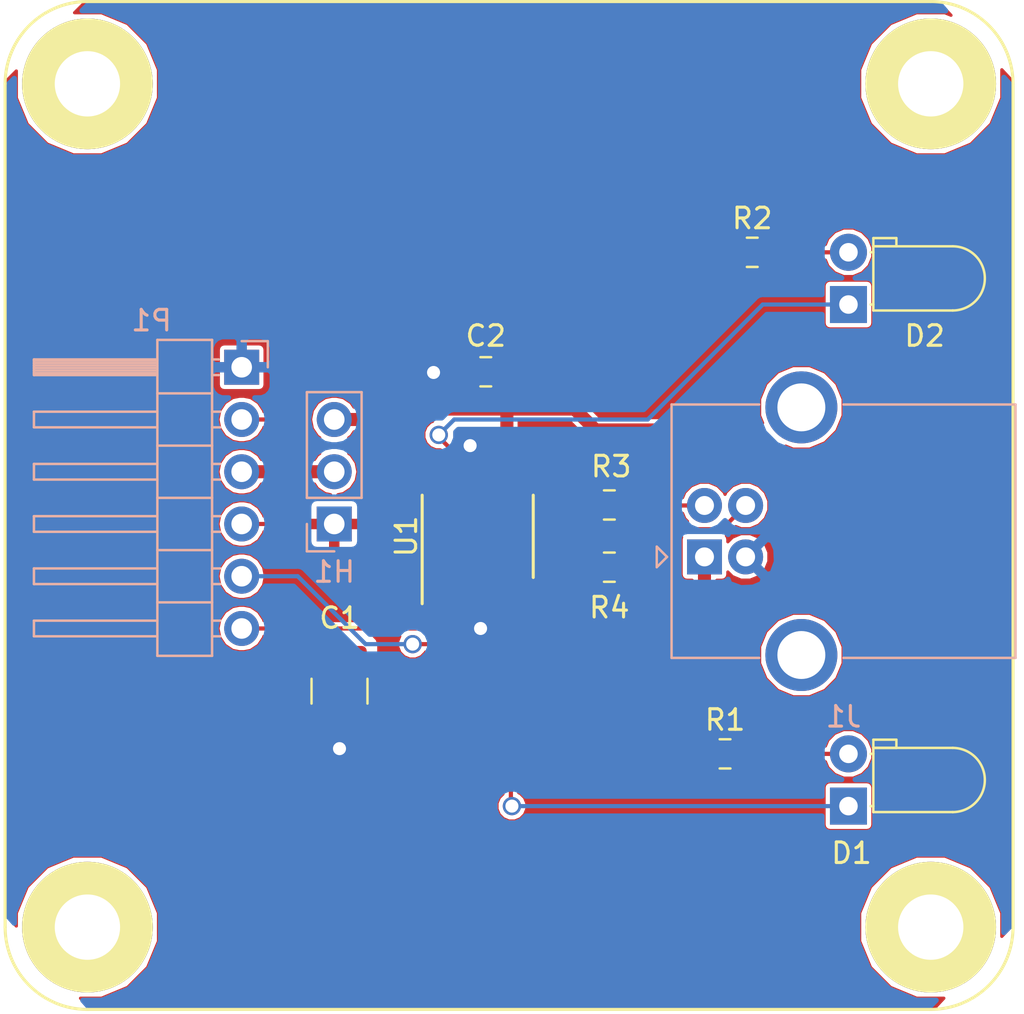
<source format=kicad_pcb>
(kicad_pcb (version 20171130) (host pcbnew "(5.0.2)-1")

  (general
    (thickness 1.6002)
    (drawings 0)
    (tracks 83)
    (zones 0)
    (modules 13)
    (nets 17)
  )

  (page A4)
  (title_block
    (date "30 oct 2013")
  )

  (layers
    (0 Front signal)
    (31 Back signal)
    (36 B.SilkS user)
    (37 F.SilkS user)
    (38 B.Mask user)
    (39 F.Mask user)
    (40 Dwgs.User user)
    (44 Edge.Cuts user)
    (45 Margin user)
    (46 B.CrtYd user hide)
    (47 F.CrtYd user hide)
    (48 B.Fab user hide)
    (49 F.Fab user hide)
  )

  (setup
    (last_trace_width 0.2032)
    (user_trace_width 0.635)
    (trace_clearance 0.2032)
    (zone_clearance 0.1524)
    (zone_45_only no)
    (trace_min 0.2032)
    (segment_width 0.381)
    (edge_width 0.381)
    (via_size 0.889)
    (via_drill 0.635)
    (via_min_size 0.889)
    (via_min_drill 0.508)
    (uvia_size 0.508)
    (uvia_drill 0.127)
    (uvias_allowed no)
    (uvia_min_size 0.508)
    (uvia_min_drill 0.127)
    (pcb_text_width 0.3048)
    (pcb_text_size 1.524 2.032)
    (mod_edge_width 0.381)
    (mod_text_size 1.27 1.27)
    (mod_text_width 0.254)
    (pad_size 1.524 1.524)
    (pad_drill 0.8128)
    (pad_to_mask_clearance 0.254)
    (solder_mask_min_width 0.25)
    (aux_axis_origin 0 0)
    (visible_elements 7FFFFF3F)
    (pcbplotparams
      (layerselection 0x010f0_80000001)
      (usegerberextensions true)
      (usegerberattributes false)
      (usegerberadvancedattributes false)
      (creategerberjobfile false)
      (excludeedgelayer true)
      (linewidth 0.150000)
      (plotframeref false)
      (viasonmask false)
      (mode 1)
      (useauxorigin false)
      (hpglpennumber 1)
      (hpglpenspeed 20)
      (hpglpendiameter 15.000000)
      (psnegative false)
      (psa4output false)
      (plotreference true)
      (plotvalue true)
      (plotinvisibletext false)
      (padsonsilk false)
      (subtractmaskfromsilk false)
      (outputformat 1)
      (mirror false)
      (drillshape 0)
      (scaleselection 1)
      (outputdirectory "plots/"))
  )

  (net 0 "")
  (net 1 /+3.3V)
  (net 2 /+5V)
  (net 3 /CTS)
  (net 4 /DM)
  (net 5 /DP)
  (net 6 /PUP0)
  (net 7 /PUP1)
  (net 8 /RTS)
  (net 9 /RX)
  (net 10 /RXLED*)
  (net 11 /TX)
  (net 12 /TXLED*)
  (net 13 GND)
  (net 14 /5VOUT)
  (net 15 "Net-(J1-Pad2)")
  (net 16 "Net-(J1-Pad3)")

  (net_class Default "This is the default net class."
    (clearance 0.2032)
    (trace_width 0.2032)
    (via_dia 0.889)
    (via_drill 0.635)
    (uvia_dia 0.508)
    (uvia_drill 0.127)
    (add_net /+3.3V)
    (add_net /+5V)
    (add_net /5VOUT)
    (add_net /CTS)
    (add_net /DM)
    (add_net /DP)
    (add_net /PUP0)
    (add_net /PUP1)
    (add_net /RTS)
    (add_net /RX)
    (add_net /RXLED*)
    (add_net /TX)
    (add_net /TXLED*)
    (add_net GND)
    (add_net "Net-(J1-Pad2)")
    (add_net "Net-(J1-Pad3)")
  )

  (module LED_THT:LED_D3.0mm_Horizontal_O1.27mm_Z2.0mm (layer Front) (tedit 5880A862) (tstamp 5E6923E7)
    (at 41 39.116 90)
    (descr "LED, diameter 3.0mm z-position of LED center 2.0mm, 2 pins")
    (tags "LED diameter 3.0mm z-position of LED center 2.0mm 2 pins")
    (path /5E66C537)
    (fp_text reference D1 (at -2.286 0.148 180) (layer F.SilkS)
      (effects (font (size 1 1) (thickness 0.15)))
    )
    (fp_text value LED_ALT (at 1.27 7.63 90) (layer F.Fab)
      (effects (font (size 1 1) (thickness 0.15)))
    )
    (fp_arc (start 1.27 5.07) (end -0.23 5.07) (angle -180) (layer F.Fab) (width 0.1))
    (fp_arc (start 1.27 5.07) (end -0.29 5.07) (angle -180) (layer F.SilkS) (width 0.12))
    (fp_line (start -0.23 1.27) (end -0.23 5.07) (layer F.Fab) (width 0.1))
    (fp_line (start 2.77 1.27) (end 2.77 5.07) (layer F.Fab) (width 0.1))
    (fp_line (start -0.23 1.27) (end 2.77 1.27) (layer F.Fab) (width 0.1))
    (fp_line (start 3.17 1.27) (end 3.17 2.27) (layer F.Fab) (width 0.1))
    (fp_line (start 3.17 2.27) (end 2.77 2.27) (layer F.Fab) (width 0.1))
    (fp_line (start 2.77 2.27) (end 2.77 1.27) (layer F.Fab) (width 0.1))
    (fp_line (start 2.77 1.27) (end 3.17 1.27) (layer F.Fab) (width 0.1))
    (fp_line (start 0 0) (end 0 1.27) (layer F.Fab) (width 0.1))
    (fp_line (start 0 1.27) (end 0 1.27) (layer F.Fab) (width 0.1))
    (fp_line (start 0 1.27) (end 0 0) (layer F.Fab) (width 0.1))
    (fp_line (start 0 0) (end 0 0) (layer F.Fab) (width 0.1))
    (fp_line (start 2.54 0) (end 2.54 1.27) (layer F.Fab) (width 0.1))
    (fp_line (start 2.54 1.27) (end 2.54 1.27) (layer F.Fab) (width 0.1))
    (fp_line (start 2.54 1.27) (end 2.54 0) (layer F.Fab) (width 0.1))
    (fp_line (start 2.54 0) (end 2.54 0) (layer F.Fab) (width 0.1))
    (fp_line (start -0.29 1.21) (end -0.29 5.07) (layer F.SilkS) (width 0.12))
    (fp_line (start 2.83 1.21) (end 2.83 5.07) (layer F.SilkS) (width 0.12))
    (fp_line (start -0.29 1.21) (end 2.83 1.21) (layer F.SilkS) (width 0.12))
    (fp_line (start 3.23 1.21) (end 3.23 2.33) (layer F.SilkS) (width 0.12))
    (fp_line (start 3.23 2.33) (end 2.83 2.33) (layer F.SilkS) (width 0.12))
    (fp_line (start 2.83 2.33) (end 2.83 1.21) (layer F.SilkS) (width 0.12))
    (fp_line (start 2.83 1.21) (end 3.23 1.21) (layer F.SilkS) (width 0.12))
    (fp_line (start 0 1.08) (end 0 1.21) (layer F.SilkS) (width 0.12))
    (fp_line (start 0 1.21) (end 0 1.21) (layer F.SilkS) (width 0.12))
    (fp_line (start 0 1.21) (end 0 1.08) (layer F.SilkS) (width 0.12))
    (fp_line (start 0 1.08) (end 0 1.08) (layer F.SilkS) (width 0.12))
    (fp_line (start 2.54 1.08) (end 2.54 1.21) (layer F.SilkS) (width 0.12))
    (fp_line (start 2.54 1.21) (end 2.54 1.21) (layer F.SilkS) (width 0.12))
    (fp_line (start 2.54 1.21) (end 2.54 1.08) (layer F.SilkS) (width 0.12))
    (fp_line (start 2.54 1.08) (end 2.54 1.08) (layer F.SilkS) (width 0.12))
    (fp_line (start -1.25 -1.25) (end -1.25 6.9) (layer F.CrtYd) (width 0.05))
    (fp_line (start -1.25 6.9) (end 3.75 6.9) (layer F.CrtYd) (width 0.05))
    (fp_line (start 3.75 6.9) (end 3.75 -1.25) (layer F.CrtYd) (width 0.05))
    (fp_line (start 3.75 -1.25) (end -1.25 -1.25) (layer F.CrtYd) (width 0.05))
    (pad 1 thru_hole rect (at 0 0 90) (size 1.8 1.8) (drill 0.9) (layers *.Cu *.Mask)
      (net 12 /TXLED*))
    (pad 2 thru_hole circle (at 2.54 0 90) (size 1.8 1.8) (drill 0.9) (layers *.Cu *.Mask)
      (net 6 /PUP0))
    (model ${KISYS3DMOD}/LED_THT.3dshapes/LED_D3.0mm_Horizontal_O1.27mm_Z2.0mm.wrl
      (at (xyz 0 0 0))
      (scale (xyz 1 1 1))
      (rotate (xyz 0 0 0))
    )
  )

  (module LandBoards_BoardOutlines:BD-49X49 (layer Front) (tedit 524856E1) (tstamp 5E68D978)
    (at 0 49)
    (path /5E674A53)
    (fp_text reference BD-49X49 (at 0 1) (layer F.SilkS) hide
      (effects (font (size 1 1) (thickness 0.15)))
    )
    (fp_text value PCB_49MM (at 0 0) (layer F.SilkS) hide
      (effects (font (size 1 1) (thickness 0.15)))
    )
    (fp_arc (start 4 -45) (end 0 -45) (angle 90) (layer F.SilkS) (width 0.15))
    (fp_arc (start 45 -45) (end 45 -49) (angle 90) (layer F.SilkS) (width 0.15))
    (fp_arc (start 45 -4) (end 49 -4) (angle 90) (layer F.SilkS) (width 0.15))
    (fp_arc (start 4 -4) (end 4 0) (angle 90) (layer F.SilkS) (width 0.15))
    (fp_line (start 49 -4) (end 49 -45) (layer F.SilkS) (width 0.15))
    (fp_line (start 45 -49) (end 4 -49) (layer F.SilkS) (width 0.15))
    (fp_line (start 0 -45) (end 0 -4) (layer F.SilkS) (width 0.15))
    (fp_line (start 4 0) (end 45 0) (layer F.SilkS) (width 0.15))
    (pad 4 thru_hole circle (at 45 -4) (size 6.35 6.35) (drill 3.175) (layers *.Cu *.Mask F.SilkS))
    (pad 3 thru_hole circle (at 4 -4) (size 6.35 6.35) (drill 3.175) (layers *.Cu *.Mask F.SilkS))
    (pad 2 thru_hole circle (at 45 -45) (size 6.35 6.35) (drill 3.175) (layers *.Cu *.Mask F.SilkS))
    (pad 1 thru_hole circle (at 4 -45) (size 6.35 6.35) (drill 3.175) (layers *.Cu *.Mask F.SilkS))
  )

  (module Capacitor_SMD:C_1210_3225Metric_Pad1.42x2.65mm_HandSolder (layer Front) (tedit 5B301BBE) (tstamp 5E68DAAE)
    (at 16.256 33.528 270)
    (descr "Capacitor SMD 1210 (3225 Metric), square (rectangular) end terminal, IPC_7351 nominal with elongated pad for handsoldering. (Body size source: http://www.tortai-tech.com/upload/download/2011102023233369053.pdf), generated with kicad-footprint-generator")
    (tags "capacitor handsolder")
    (path /4FF312AD)
    (attr smd)
    (fp_text reference C1 (at -3.556 0) (layer F.SilkS)
      (effects (font (size 1 1) (thickness 0.15)))
    )
    (fp_text value 10uF (at 0 2.28 270) (layer F.Fab)
      (effects (font (size 1 1) (thickness 0.15)))
    )
    (fp_line (start -1.6 1.25) (end -1.6 -1.25) (layer F.Fab) (width 0.1))
    (fp_line (start -1.6 -1.25) (end 1.6 -1.25) (layer F.Fab) (width 0.1))
    (fp_line (start 1.6 -1.25) (end 1.6 1.25) (layer F.Fab) (width 0.1))
    (fp_line (start 1.6 1.25) (end -1.6 1.25) (layer F.Fab) (width 0.1))
    (fp_line (start -0.602064 -1.36) (end 0.602064 -1.36) (layer F.SilkS) (width 0.12))
    (fp_line (start -0.602064 1.36) (end 0.602064 1.36) (layer F.SilkS) (width 0.12))
    (fp_line (start -2.45 1.58) (end -2.45 -1.58) (layer F.CrtYd) (width 0.05))
    (fp_line (start -2.45 -1.58) (end 2.45 -1.58) (layer F.CrtYd) (width 0.05))
    (fp_line (start 2.45 -1.58) (end 2.45 1.58) (layer F.CrtYd) (width 0.05))
    (fp_line (start 2.45 1.58) (end -2.45 1.58) (layer F.CrtYd) (width 0.05))
    (fp_text user %R (at 0 0 270) (layer F.Fab)
      (effects (font (size 0.8 0.8) (thickness 0.12)))
    )
    (pad 1 smd roundrect (at -1.4875 0 270) (size 1.425 2.65) (layers Front F.Paste F.Mask) (roundrect_rratio 0.175439)
      (net 1 /+3.3V))
    (pad 2 smd roundrect (at 1.4875 0 270) (size 1.425 2.65) (layers Front F.Paste F.Mask) (roundrect_rratio 0.175439)
      (net 13 GND))
    (model ${KISYS3DMOD}/Capacitor_SMD.3dshapes/C_1210_3225Metric.wrl
      (at (xyz 0 0 0))
      (scale (xyz 1 1 1))
      (rotate (xyz 0 0 0))
    )
  )

  (module Capacitor_SMD:C_0805_2012Metric_Pad1.15x1.40mm_HandSolder (layer Front) (tedit 5B36C52B) (tstamp 5E68DABE)
    (at 23.368 18 180)
    (descr "Capacitor SMD 0805 (2012 Metric), square (rectangular) end terminal, IPC_7351 nominal with elongated pad for handsoldering. (Body size source: https://docs.google.com/spreadsheets/d/1BsfQQcO9C6DZCsRaXUlFlo91Tg2WpOkGARC1WS5S8t0/edit?usp=sharing), generated with kicad-footprint-generator")
    (tags "capacitor handsolder")
    (path /4FF31376)
    (attr smd)
    (fp_text reference C2 (at 0 1.744 180) (layer F.SilkS)
      (effects (font (size 1 1) (thickness 0.15)))
    )
    (fp_text value 0.1uF (at 0 1.65 180) (layer F.Fab)
      (effects (font (size 1 1) (thickness 0.15)))
    )
    (fp_line (start -1 0.6) (end -1 -0.6) (layer F.Fab) (width 0.1))
    (fp_line (start -1 -0.6) (end 1 -0.6) (layer F.Fab) (width 0.1))
    (fp_line (start 1 -0.6) (end 1 0.6) (layer F.Fab) (width 0.1))
    (fp_line (start 1 0.6) (end -1 0.6) (layer F.Fab) (width 0.1))
    (fp_line (start -0.261252 -0.71) (end 0.261252 -0.71) (layer F.SilkS) (width 0.12))
    (fp_line (start -0.261252 0.71) (end 0.261252 0.71) (layer F.SilkS) (width 0.12))
    (fp_line (start -1.85 0.95) (end -1.85 -0.95) (layer F.CrtYd) (width 0.05))
    (fp_line (start -1.85 -0.95) (end 1.85 -0.95) (layer F.CrtYd) (width 0.05))
    (fp_line (start 1.85 -0.95) (end 1.85 0.95) (layer F.CrtYd) (width 0.05))
    (fp_line (start 1.85 0.95) (end -1.85 0.95) (layer F.CrtYd) (width 0.05))
    (fp_text user %R (at 0 0 180) (layer F.Fab)
      (effects (font (size 0.5 0.5) (thickness 0.08)))
    )
    (pad 1 smd roundrect (at -1.025 0 180) (size 1.15 1.4) (layers Front F.Paste F.Mask) (roundrect_rratio 0.217391)
      (net 2 /+5V))
    (pad 2 smd roundrect (at 1.025 0 180) (size 1.15 1.4) (layers Front F.Paste F.Mask) (roundrect_rratio 0.217391)
      (net 13 GND))
    (model ${KISYS3DMOD}/Capacitor_SMD.3dshapes/C_0805_2012Metric.wrl
      (at (xyz 0 0 0))
      (scale (xyz 1 1 1))
      (rotate (xyz 0 0 0))
    )
  )

  (module Connector_PinHeader_2.54mm:PinHeader_1x03_P2.54mm_Vertical (layer Back) (tedit 59FED5CC) (tstamp 5E68DACE)
    (at 16 25.4)
    (descr "Through hole straight pin header, 1x03, 2.54mm pitch, single row")
    (tags "Through hole pin header THT 1x03 2.54mm single row")
    (path /4FF31320)
    (fp_text reference H1 (at 0 2.33) (layer B.SilkS)
      (effects (font (size 1 1) (thickness 0.15)) (justify mirror))
    )
    (fp_text value CONN_3 (at 0 -7.41) (layer B.Fab)
      (effects (font (size 1 1) (thickness 0.15)) (justify mirror))
    )
    (fp_line (start -0.635 1.27) (end 1.27 1.27) (layer B.Fab) (width 0.1))
    (fp_line (start 1.27 1.27) (end 1.27 -6.35) (layer B.Fab) (width 0.1))
    (fp_line (start 1.27 -6.35) (end -1.27 -6.35) (layer B.Fab) (width 0.1))
    (fp_line (start -1.27 -6.35) (end -1.27 0.635) (layer B.Fab) (width 0.1))
    (fp_line (start -1.27 0.635) (end -0.635 1.27) (layer B.Fab) (width 0.1))
    (fp_line (start -1.33 -6.41) (end 1.33 -6.41) (layer B.SilkS) (width 0.12))
    (fp_line (start -1.33 -1.27) (end -1.33 -6.41) (layer B.SilkS) (width 0.12))
    (fp_line (start 1.33 -1.27) (end 1.33 -6.41) (layer B.SilkS) (width 0.12))
    (fp_line (start -1.33 -1.27) (end 1.33 -1.27) (layer B.SilkS) (width 0.12))
    (fp_line (start -1.33 0) (end -1.33 1.33) (layer B.SilkS) (width 0.12))
    (fp_line (start -1.33 1.33) (end 0 1.33) (layer B.SilkS) (width 0.12))
    (fp_line (start -1.8 1.8) (end -1.8 -6.85) (layer B.CrtYd) (width 0.05))
    (fp_line (start -1.8 -6.85) (end 1.8 -6.85) (layer B.CrtYd) (width 0.05))
    (fp_line (start 1.8 -6.85) (end 1.8 1.8) (layer B.CrtYd) (width 0.05))
    (fp_line (start 1.8 1.8) (end -1.8 1.8) (layer B.CrtYd) (width 0.05))
    (fp_text user %R (at 0 -2.54 -90) (layer B.Fab)
      (effects (font (size 1 1) (thickness 0.15)) (justify mirror))
    )
    (pad 1 thru_hole rect (at 0 0) (size 1.7 1.7) (drill 1) (layers *.Cu *.Mask)
      (net 1 /+3.3V))
    (pad 2 thru_hole oval (at 0 -2.54) (size 1.7 1.7) (drill 1) (layers *.Cu *.Mask)
      (net 14 /5VOUT))
    (pad 3 thru_hole oval (at 0 -5.08) (size 1.7 1.7) (drill 1) (layers *.Cu *.Mask)
      (net 2 /+5V))
    (model ${KISYS3DMOD}/Connector_PinHeader_2.54mm.3dshapes/PinHeader_1x03_P2.54mm_Vertical.wrl
      (at (xyz 0 0 0))
      (scale (xyz 1 1 1))
      (rotate (xyz 0 0 0))
    )
  )

  (module Connector_USB:USB_B_OST_USB-B1HSxx_Horizontal locked (layer Back) (tedit 5AFE01FF) (tstamp 5E68DAE4)
    (at 34 27)
    (descr "USB B receptacle, Horizontal, through-hole, http://www.on-shore.com/wp-content/uploads/2015/09/usb-b1hsxx.pdf")
    (tags "USB-B receptacle horizontal through-hole")
    (path /5E667E72)
    (fp_text reference J1 (at 6.76 7.77) (layer B.SilkS)
      (effects (font (size 1 1) (thickness 0.15)) (justify mirror))
    )
    (fp_text value USB-B (at 6.76 -10.27) (layer B.Fab)
      (effects (font (size 1 1) (thickness 0.15)) (justify mirror))
    )
    (fp_line (start -0.49 4.8) (end 15.01 4.8) (layer B.Fab) (width 0.1))
    (fp_line (start 15.01 4.8) (end 15.01 -7.3) (layer B.Fab) (width 0.1))
    (fp_line (start 15.01 -7.3) (end -1.49 -7.3) (layer B.Fab) (width 0.1))
    (fp_line (start -1.49 -7.3) (end -1.49 3.8) (layer B.Fab) (width 0.1))
    (fp_line (start -1.49 3.8) (end -0.49 4.8) (layer B.Fab) (width 0.1))
    (fp_line (start 2.66 4.91) (end -1.6 4.91) (layer B.SilkS) (width 0.12))
    (fp_line (start -1.6 4.91) (end -1.6 -7.41) (layer B.SilkS) (width 0.12))
    (fp_line (start -1.6 -7.41) (end 2.66 -7.41) (layer B.SilkS) (width 0.12))
    (fp_line (start 6.76 4.91) (end 15.12 4.91) (layer B.SilkS) (width 0.12))
    (fp_line (start 15.12 4.91) (end 15.12 -7.41) (layer B.SilkS) (width 0.12))
    (fp_line (start 15.12 -7.41) (end 6.76 -7.41) (layer B.SilkS) (width 0.12))
    (fp_line (start -1.82 0) (end -2.32 0.5) (layer B.SilkS) (width 0.12))
    (fp_line (start -2.32 0.5) (end -2.32 -0.5) (layer B.SilkS) (width 0.12))
    (fp_line (start -2.32 -0.5) (end -1.82 0) (layer B.SilkS) (width 0.12))
    (fp_line (start -1.99 7.02) (end -1.99 -9.52) (layer B.CrtYd) (width 0.05))
    (fp_line (start -1.99 -9.52) (end 15.51 -9.52) (layer B.CrtYd) (width 0.05))
    (fp_line (start 15.51 -9.52) (end 15.51 7.02) (layer B.CrtYd) (width 0.05))
    (fp_line (start 15.51 7.02) (end -1.99 7.02) (layer B.CrtYd) (width 0.05))
    (fp_text user %R (at 6.76 -1.25) (layer B.Fab)
      (effects (font (size 1 1) (thickness 0.15)) (justify mirror))
    )
    (pad 1 thru_hole rect (at 0 0) (size 1.7 1.7) (drill 0.92) (layers *.Cu *.Mask)
      (net 2 /+5V))
    (pad 2 thru_hole circle (at 0 -2.5) (size 1.7 1.7) (drill 0.92) (layers *.Cu *.Mask)
      (net 15 "Net-(J1-Pad2)"))
    (pad 3 thru_hole circle (at 2 -2.5) (size 1.7 1.7) (drill 0.92) (layers *.Cu *.Mask)
      (net 16 "Net-(J1-Pad3)"))
    (pad 4 thru_hole circle (at 2 0) (size 1.7 1.7) (drill 0.92) (layers *.Cu *.Mask)
      (net 13 GND))
    (pad 5 thru_hole circle (at 4.71 4.77) (size 3.5 3.5) (drill 2.33) (layers *.Cu *.Mask))
    (pad 5 thru_hole circle (at 4.71 -7.27) (size 3.5 3.5) (drill 2.33) (layers *.Cu *.Mask))
    (model ${KISYS3DMOD}/Connector_USB.3dshapes/USB_B_OST_USB-B1HSxx_Horizontal.wrl
      (at (xyz 0 0 0))
      (scale (xyz 1 1 1))
      (rotate (xyz 0 0 0))
    )
  )

  (module Connector_PinHeader_2.54mm:PinHeader_1x06_P2.54mm_Horizontal (layer Back) (tedit 59FED5CB) (tstamp 5E68DB00)
    (at 11.5 17.78 180)
    (descr "Through hole angled pin header, 1x06, 2.54mm pitch, 6mm pin length, single row")
    (tags "Through hole angled pin header THT 1x06 2.54mm single row")
    (path /4FF312DA)
    (fp_text reference P1 (at 4.385 2.27 180) (layer B.SilkS)
      (effects (font (size 1 1) (thickness 0.15)) (justify mirror))
    )
    (fp_text value CONN_6 (at 4.385 -14.97 180) (layer B.Fab)
      (effects (font (size 1 1) (thickness 0.15)) (justify mirror))
    )
    (fp_line (start 2.135 1.27) (end 4.04 1.27) (layer B.Fab) (width 0.1))
    (fp_line (start 4.04 1.27) (end 4.04 -13.97) (layer B.Fab) (width 0.1))
    (fp_line (start 4.04 -13.97) (end 1.5 -13.97) (layer B.Fab) (width 0.1))
    (fp_line (start 1.5 -13.97) (end 1.5 0.635) (layer B.Fab) (width 0.1))
    (fp_line (start 1.5 0.635) (end 2.135 1.27) (layer B.Fab) (width 0.1))
    (fp_line (start -0.32 0.32) (end 1.5 0.32) (layer B.Fab) (width 0.1))
    (fp_line (start -0.32 0.32) (end -0.32 -0.32) (layer B.Fab) (width 0.1))
    (fp_line (start -0.32 -0.32) (end 1.5 -0.32) (layer B.Fab) (width 0.1))
    (fp_line (start 4.04 0.32) (end 10.04 0.32) (layer B.Fab) (width 0.1))
    (fp_line (start 10.04 0.32) (end 10.04 -0.32) (layer B.Fab) (width 0.1))
    (fp_line (start 4.04 -0.32) (end 10.04 -0.32) (layer B.Fab) (width 0.1))
    (fp_line (start -0.32 -2.22) (end 1.5 -2.22) (layer B.Fab) (width 0.1))
    (fp_line (start -0.32 -2.22) (end -0.32 -2.86) (layer B.Fab) (width 0.1))
    (fp_line (start -0.32 -2.86) (end 1.5 -2.86) (layer B.Fab) (width 0.1))
    (fp_line (start 4.04 -2.22) (end 10.04 -2.22) (layer B.Fab) (width 0.1))
    (fp_line (start 10.04 -2.22) (end 10.04 -2.86) (layer B.Fab) (width 0.1))
    (fp_line (start 4.04 -2.86) (end 10.04 -2.86) (layer B.Fab) (width 0.1))
    (fp_line (start -0.32 -4.76) (end 1.5 -4.76) (layer B.Fab) (width 0.1))
    (fp_line (start -0.32 -4.76) (end -0.32 -5.4) (layer B.Fab) (width 0.1))
    (fp_line (start -0.32 -5.4) (end 1.5 -5.4) (layer B.Fab) (width 0.1))
    (fp_line (start 4.04 -4.76) (end 10.04 -4.76) (layer B.Fab) (width 0.1))
    (fp_line (start 10.04 -4.76) (end 10.04 -5.4) (layer B.Fab) (width 0.1))
    (fp_line (start 4.04 -5.4) (end 10.04 -5.4) (layer B.Fab) (width 0.1))
    (fp_line (start -0.32 -7.3) (end 1.5 -7.3) (layer B.Fab) (width 0.1))
    (fp_line (start -0.32 -7.3) (end -0.32 -7.94) (layer B.Fab) (width 0.1))
    (fp_line (start -0.32 -7.94) (end 1.5 -7.94) (layer B.Fab) (width 0.1))
    (fp_line (start 4.04 -7.3) (end 10.04 -7.3) (layer B.Fab) (width 0.1))
    (fp_line (start 10.04 -7.3) (end 10.04 -7.94) (layer B.Fab) (width 0.1))
    (fp_line (start 4.04 -7.94) (end 10.04 -7.94) (layer B.Fab) (width 0.1))
    (fp_line (start -0.32 -9.84) (end 1.5 -9.84) (layer B.Fab) (width 0.1))
    (fp_line (start -0.32 -9.84) (end -0.32 -10.48) (layer B.Fab) (width 0.1))
    (fp_line (start -0.32 -10.48) (end 1.5 -10.48) (layer B.Fab) (width 0.1))
    (fp_line (start 4.04 -9.84) (end 10.04 -9.84) (layer B.Fab) (width 0.1))
    (fp_line (start 10.04 -9.84) (end 10.04 -10.48) (layer B.Fab) (width 0.1))
    (fp_line (start 4.04 -10.48) (end 10.04 -10.48) (layer B.Fab) (width 0.1))
    (fp_line (start -0.32 -12.38) (end 1.5 -12.38) (layer B.Fab) (width 0.1))
    (fp_line (start -0.32 -12.38) (end -0.32 -13.02) (layer B.Fab) (width 0.1))
    (fp_line (start -0.32 -13.02) (end 1.5 -13.02) (layer B.Fab) (width 0.1))
    (fp_line (start 4.04 -12.38) (end 10.04 -12.38) (layer B.Fab) (width 0.1))
    (fp_line (start 10.04 -12.38) (end 10.04 -13.02) (layer B.Fab) (width 0.1))
    (fp_line (start 4.04 -13.02) (end 10.04 -13.02) (layer B.Fab) (width 0.1))
    (fp_line (start 1.44 1.33) (end 1.44 -14.03) (layer B.SilkS) (width 0.12))
    (fp_line (start 1.44 -14.03) (end 4.1 -14.03) (layer B.SilkS) (width 0.12))
    (fp_line (start 4.1 -14.03) (end 4.1 1.33) (layer B.SilkS) (width 0.12))
    (fp_line (start 4.1 1.33) (end 1.44 1.33) (layer B.SilkS) (width 0.12))
    (fp_line (start 4.1 0.38) (end 10.1 0.38) (layer B.SilkS) (width 0.12))
    (fp_line (start 10.1 0.38) (end 10.1 -0.38) (layer B.SilkS) (width 0.12))
    (fp_line (start 10.1 -0.38) (end 4.1 -0.38) (layer B.SilkS) (width 0.12))
    (fp_line (start 4.1 0.32) (end 10.1 0.32) (layer B.SilkS) (width 0.12))
    (fp_line (start 4.1 0.2) (end 10.1 0.2) (layer B.SilkS) (width 0.12))
    (fp_line (start 4.1 0.08) (end 10.1 0.08) (layer B.SilkS) (width 0.12))
    (fp_line (start 4.1 -0.04) (end 10.1 -0.04) (layer B.SilkS) (width 0.12))
    (fp_line (start 4.1 -0.16) (end 10.1 -0.16) (layer B.SilkS) (width 0.12))
    (fp_line (start 4.1 -0.28) (end 10.1 -0.28) (layer B.SilkS) (width 0.12))
    (fp_line (start 1.11 0.38) (end 1.44 0.38) (layer B.SilkS) (width 0.12))
    (fp_line (start 1.11 -0.38) (end 1.44 -0.38) (layer B.SilkS) (width 0.12))
    (fp_line (start 1.44 -1.27) (end 4.1 -1.27) (layer B.SilkS) (width 0.12))
    (fp_line (start 4.1 -2.16) (end 10.1 -2.16) (layer B.SilkS) (width 0.12))
    (fp_line (start 10.1 -2.16) (end 10.1 -2.92) (layer B.SilkS) (width 0.12))
    (fp_line (start 10.1 -2.92) (end 4.1 -2.92) (layer B.SilkS) (width 0.12))
    (fp_line (start 1.042929 -2.16) (end 1.44 -2.16) (layer B.SilkS) (width 0.12))
    (fp_line (start 1.042929 -2.92) (end 1.44 -2.92) (layer B.SilkS) (width 0.12))
    (fp_line (start 1.44 -3.81) (end 4.1 -3.81) (layer B.SilkS) (width 0.12))
    (fp_line (start 4.1 -4.7) (end 10.1 -4.7) (layer B.SilkS) (width 0.12))
    (fp_line (start 10.1 -4.7) (end 10.1 -5.46) (layer B.SilkS) (width 0.12))
    (fp_line (start 10.1 -5.46) (end 4.1 -5.46) (layer B.SilkS) (width 0.12))
    (fp_line (start 1.042929 -4.7) (end 1.44 -4.7) (layer B.SilkS) (width 0.12))
    (fp_line (start 1.042929 -5.46) (end 1.44 -5.46) (layer B.SilkS) (width 0.12))
    (fp_line (start 1.44 -6.35) (end 4.1 -6.35) (layer B.SilkS) (width 0.12))
    (fp_line (start 4.1 -7.24) (end 10.1 -7.24) (layer B.SilkS) (width 0.12))
    (fp_line (start 10.1 -7.24) (end 10.1 -8) (layer B.SilkS) (width 0.12))
    (fp_line (start 10.1 -8) (end 4.1 -8) (layer B.SilkS) (width 0.12))
    (fp_line (start 1.042929 -7.24) (end 1.44 -7.24) (layer B.SilkS) (width 0.12))
    (fp_line (start 1.042929 -8) (end 1.44 -8) (layer B.SilkS) (width 0.12))
    (fp_line (start 1.44 -8.89) (end 4.1 -8.89) (layer B.SilkS) (width 0.12))
    (fp_line (start 4.1 -9.78) (end 10.1 -9.78) (layer B.SilkS) (width 0.12))
    (fp_line (start 10.1 -9.78) (end 10.1 -10.54) (layer B.SilkS) (width 0.12))
    (fp_line (start 10.1 -10.54) (end 4.1 -10.54) (layer B.SilkS) (width 0.12))
    (fp_line (start 1.042929 -9.78) (end 1.44 -9.78) (layer B.SilkS) (width 0.12))
    (fp_line (start 1.042929 -10.54) (end 1.44 -10.54) (layer B.SilkS) (width 0.12))
    (fp_line (start 1.44 -11.43) (end 4.1 -11.43) (layer B.SilkS) (width 0.12))
    (fp_line (start 4.1 -12.32) (end 10.1 -12.32) (layer B.SilkS) (width 0.12))
    (fp_line (start 10.1 -12.32) (end 10.1 -13.08) (layer B.SilkS) (width 0.12))
    (fp_line (start 10.1 -13.08) (end 4.1 -13.08) (layer B.SilkS) (width 0.12))
    (fp_line (start 1.042929 -12.32) (end 1.44 -12.32) (layer B.SilkS) (width 0.12))
    (fp_line (start 1.042929 -13.08) (end 1.44 -13.08) (layer B.SilkS) (width 0.12))
    (fp_line (start -1.27 0) (end -1.27 1.27) (layer B.SilkS) (width 0.12))
    (fp_line (start -1.27 1.27) (end 0 1.27) (layer B.SilkS) (width 0.12))
    (fp_line (start -1.8 1.8) (end -1.8 -14.5) (layer B.CrtYd) (width 0.05))
    (fp_line (start -1.8 -14.5) (end 10.55 -14.5) (layer B.CrtYd) (width 0.05))
    (fp_line (start 10.55 -14.5) (end 10.55 1.8) (layer B.CrtYd) (width 0.05))
    (fp_line (start 10.55 1.8) (end -1.8 1.8) (layer B.CrtYd) (width 0.05))
    (fp_text user %R (at 2.77 -6.35 90) (layer B.Fab)
      (effects (font (size 1 1) (thickness 0.15)) (justify mirror))
    )
    (pad 1 thru_hole rect (at 0 0 180) (size 1.7 1.7) (drill 1) (layers *.Cu *.Mask)
      (net 13 GND))
    (pad 2 thru_hole oval (at 0 -2.54 180) (size 1.7 1.7) (drill 1) (layers *.Cu *.Mask)
      (net 3 /CTS))
    (pad 3 thru_hole oval (at 0 -5.08 180) (size 1.7 1.7) (drill 1) (layers *.Cu *.Mask)
      (net 14 /5VOUT))
    (pad 4 thru_hole oval (at 0 -7.62 180) (size 1.7 1.7) (drill 1) (layers *.Cu *.Mask)
      (net 11 /TX))
    (pad 5 thru_hole oval (at 0 -10.16 180) (size 1.7 1.7) (drill 1) (layers *.Cu *.Mask)
      (net 9 /RX))
    (pad 6 thru_hole oval (at 0 -12.7 180) (size 1.7 1.7) (drill 1) (layers *.Cu *.Mask)
      (net 8 /RTS))
    (model ${KISYS3DMOD}/Connector_PinHeader_2.54mm.3dshapes/PinHeader_1x06_P2.54mm_Horizontal.wrl
      (at (xyz 0 0 0))
      (scale (xyz 1 1 1))
      (rotate (xyz 0 0 0))
    )
  )

  (module Resistor_SMD:R_0805_2012Metric_Pad1.15x1.40mm_HandSolder (layer Front) (tedit 5B36C52B) (tstamp 5E68DB66)
    (at 35 36.576)
    (descr "Resistor SMD 0805 (2012 Metric), square (rectangular) end terminal, IPC_7351 nominal with elongated pad for handsoldering. (Body size source: https://docs.google.com/spreadsheets/d/1BsfQQcO9C6DZCsRaXUlFlo91Tg2WpOkGARC1WS5S8t0/edit?usp=sharing), generated with kicad-footprint-generator")
    (tags "resistor handsolder")
    (path /4FF314CB)
    (attr smd)
    (fp_text reference R1 (at 0 -1.65) (layer F.SilkS)
      (effects (font (size 1 1) (thickness 0.15)))
    )
    (fp_text value 560 (at 0 1.65) (layer F.Fab)
      (effects (font (size 1 1) (thickness 0.15)))
    )
    (fp_text user %R (at 0 0) (layer F.Fab)
      (effects (font (size 0.5 0.5) (thickness 0.08)))
    )
    (fp_line (start 1.85 0.95) (end -1.85 0.95) (layer F.CrtYd) (width 0.05))
    (fp_line (start 1.85 -0.95) (end 1.85 0.95) (layer F.CrtYd) (width 0.05))
    (fp_line (start -1.85 -0.95) (end 1.85 -0.95) (layer F.CrtYd) (width 0.05))
    (fp_line (start -1.85 0.95) (end -1.85 -0.95) (layer F.CrtYd) (width 0.05))
    (fp_line (start -0.261252 0.71) (end 0.261252 0.71) (layer F.SilkS) (width 0.12))
    (fp_line (start -0.261252 -0.71) (end 0.261252 -0.71) (layer F.SilkS) (width 0.12))
    (fp_line (start 1 0.6) (end -1 0.6) (layer F.Fab) (width 0.1))
    (fp_line (start 1 -0.6) (end 1 0.6) (layer F.Fab) (width 0.1))
    (fp_line (start -1 -0.6) (end 1 -0.6) (layer F.Fab) (width 0.1))
    (fp_line (start -1 0.6) (end -1 -0.6) (layer F.Fab) (width 0.1))
    (pad 2 smd roundrect (at 1.025 0) (size 1.15 1.4) (layers Front F.Paste F.Mask) (roundrect_rratio 0.217391)
      (net 6 /PUP0))
    (pad 1 smd roundrect (at -1.025 0) (size 1.15 1.4) (layers Front F.Paste F.Mask) (roundrect_rratio 0.217391)
      (net 1 /+3.3V))
    (model ${KISYS3DMOD}/Resistor_SMD.3dshapes/R_0805_2012Metric.wrl
      (at (xyz 0 0 0))
      (scale (xyz 1 1 1))
      (rotate (xyz 0 0 0))
    )
  )

  (module Resistor_SMD:R_0805_2012Metric_Pad1.15x1.40mm_HandSolder (layer Front) (tedit 5B36C52B) (tstamp 5E68DB76)
    (at 36.322 12.192)
    (descr "Resistor SMD 0805 (2012 Metric), square (rectangular) end terminal, IPC_7351 nominal with elongated pad for handsoldering. (Body size source: https://docs.google.com/spreadsheets/d/1BsfQQcO9C6DZCsRaXUlFlo91Tg2WpOkGARC1WS5S8t0/edit?usp=sharing), generated with kicad-footprint-generator")
    (tags "resistor handsolder")
    (path /4FF314D2)
    (attr smd)
    (fp_text reference R2 (at 0 -1.65) (layer F.SilkS)
      (effects (font (size 1 1) (thickness 0.15)))
    )
    (fp_text value 560 (at 0 1.65) (layer F.Fab)
      (effects (font (size 1 1) (thickness 0.15)))
    )
    (fp_line (start -1 0.6) (end -1 -0.6) (layer F.Fab) (width 0.1))
    (fp_line (start -1 -0.6) (end 1 -0.6) (layer F.Fab) (width 0.1))
    (fp_line (start 1 -0.6) (end 1 0.6) (layer F.Fab) (width 0.1))
    (fp_line (start 1 0.6) (end -1 0.6) (layer F.Fab) (width 0.1))
    (fp_line (start -0.261252 -0.71) (end 0.261252 -0.71) (layer F.SilkS) (width 0.12))
    (fp_line (start -0.261252 0.71) (end 0.261252 0.71) (layer F.SilkS) (width 0.12))
    (fp_line (start -1.85 0.95) (end -1.85 -0.95) (layer F.CrtYd) (width 0.05))
    (fp_line (start -1.85 -0.95) (end 1.85 -0.95) (layer F.CrtYd) (width 0.05))
    (fp_line (start 1.85 -0.95) (end 1.85 0.95) (layer F.CrtYd) (width 0.05))
    (fp_line (start 1.85 0.95) (end -1.85 0.95) (layer F.CrtYd) (width 0.05))
    (fp_text user %R (at 0 0) (layer F.Fab)
      (effects (font (size 0.5 0.5) (thickness 0.08)))
    )
    (pad 1 smd roundrect (at -1.025 0) (size 1.15 1.4) (layers Front F.Paste F.Mask) (roundrect_rratio 0.217391)
      (net 1 /+3.3V))
    (pad 2 smd roundrect (at 1.025 0) (size 1.15 1.4) (layers Front F.Paste F.Mask) (roundrect_rratio 0.217391)
      (net 7 /PUP1))
    (model ${KISYS3DMOD}/Resistor_SMD.3dshapes/R_0805_2012Metric.wrl
      (at (xyz 0 0 0))
      (scale (xyz 1 1 1))
      (rotate (xyz 0 0 0))
    )
  )

  (module Package_SO:SSOP-16_3.9x4.9mm_P0.635mm (layer Front) (tedit 5A02F25C) (tstamp 5E68DB86)
    (at 23 26 90)
    (descr "SSOP16: plastic shrink small outline package; 16 leads; body width 3.9 mm; lead pitch 0.635; (see NXP SSOP-TSSOP-VSO-REFLOW.pdf and sot519-1_po.pdf)")
    (tags "SSOP 0.635")
    (path /525C3657)
    (attr smd)
    (fp_text reference U1 (at 0 -3.5 90) (layer F.SilkS)
      (effects (font (size 1 1) (thickness 0.15)))
    )
    (fp_text value FT230XS (at 0 3.5 90) (layer F.Fab)
      (effects (font (size 1 1) (thickness 0.15)))
    )
    (fp_line (start -0.95 -2.45) (end 1.95 -2.45) (layer F.Fab) (width 0.15))
    (fp_line (start 1.95 -2.45) (end 1.95 2.45) (layer F.Fab) (width 0.15))
    (fp_line (start 1.95 2.45) (end -1.95 2.45) (layer F.Fab) (width 0.15))
    (fp_line (start -1.95 2.45) (end -1.95 -1.45) (layer F.Fab) (width 0.15))
    (fp_line (start -1.95 -1.45) (end -0.95 -2.45) (layer F.Fab) (width 0.15))
    (fp_line (start -3.45 -2.85) (end -3.45 2.8) (layer F.CrtYd) (width 0.05))
    (fp_line (start 3.45 -2.85) (end 3.45 2.8) (layer F.CrtYd) (width 0.05))
    (fp_line (start -3.45 -2.85) (end 3.45 -2.85) (layer F.CrtYd) (width 0.05))
    (fp_line (start -3.45 2.8) (end 3.45 2.8) (layer F.CrtYd) (width 0.05))
    (fp_line (start -2 2.675) (end 2 2.675) (layer F.SilkS) (width 0.15))
    (fp_line (start -3.275 -2.725) (end 2 -2.725) (layer F.SilkS) (width 0.15))
    (fp_text user %R (at 0 0 90) (layer F.Fab)
      (effects (font (size 0.8 0.8) (thickness 0.15)))
    )
    (pad 1 smd rect (at -2.6 -2.2225 90) (size 1.2 0.4) (layers Front F.Paste F.Mask)
      (net 11 /TX))
    (pad 2 smd rect (at -2.6 -1.5875 90) (size 1.2 0.4) (layers Front F.Paste F.Mask)
      (net 8 /RTS))
    (pad 3 smd rect (at -2.6 -0.9525 90) (size 1.2 0.4) (layers Front F.Paste F.Mask)
      (net 1 /+3.3V))
    (pad 4 smd rect (at -2.6 -0.3175 90) (size 1.2 0.4) (layers Front F.Paste F.Mask)
      (net 9 /RX))
    (pad 5 smd rect (at -2.6 0.3175 90) (size 1.2 0.4) (layers Front F.Paste F.Mask)
      (net 13 GND))
    (pad 6 smd rect (at -2.6 0.9525 90) (size 1.2 0.4) (layers Front F.Paste F.Mask)
      (net 3 /CTS))
    (pad 7 smd rect (at -2.6 1.5875 90) (size 1.2 0.4) (layers Front F.Paste F.Mask)
      (net 12 /TXLED*))
    (pad 8 smd rect (at -2.6 2.2225 90) (size 1.2 0.4) (layers Front F.Paste F.Mask)
      (net 5 /DP))
    (pad 9 smd rect (at 2.6 2.2225 90) (size 1.2 0.4) (layers Front F.Paste F.Mask)
      (net 4 /DM))
    (pad 10 smd rect (at 2.6 1.5875 90) (size 1.2 0.4) (layers Front F.Paste F.Mask)
      (net 1 /+3.3V))
    (pad 11 smd rect (at 2.6 0.9525 90) (size 1.2 0.4) (layers Front F.Paste F.Mask))
    (pad 12 smd rect (at 2.6 0.3175 90) (size 1.2 0.4) (layers Front F.Paste F.Mask)
      (net 2 /+5V))
    (pad 13 smd rect (at 2.6 -0.3175 90) (size 1.2 0.4) (layers Front F.Paste F.Mask)
      (net 13 GND))
    (pad 14 smd rect (at 2.6 -0.9525 90) (size 1.2 0.4) (layers Front F.Paste F.Mask)
      (net 10 /RXLED*))
    (pad 15 smd rect (at 2.6 -1.5875 90) (size 1.2 0.4) (layers Front F.Paste F.Mask))
    (pad 16 smd rect (at 2.6 -2.2225 90) (size 1.2 0.4) (layers Front F.Paste F.Mask))
    (model ${KISYS3DMOD}/Package_SO.3dshapes/SSOP-16_3.9x4.9mm_P0.635mm.wrl
      (at (xyz 0 0 0))
      (scale (xyz 1 1 1))
      (rotate (xyz 0 0 0))
    )
  )

  (module LED_THT:LED_D3.0mm_Horizontal_O1.27mm_Z2.0mm (layer Front) (tedit 5880A862) (tstamp 5E692411)
    (at 41 14.73 90)
    (descr "LED, diameter 3.0mm z-position of LED center 2.0mm, 2 pins")
    (tags "LED diameter 3.0mm z-position of LED center 2.0mm 2 pins")
    (path /5E66C60F)
    (fp_text reference D2 (at -1.526 3.704 180) (layer F.SilkS)
      (effects (font (size 1 1) (thickness 0.15)))
    )
    (fp_text value LED_ALT (at 1.27 7.63 90) (layer F.Fab)
      (effects (font (size 1 1) (thickness 0.15)))
    )
    (fp_line (start 3.75 -1.25) (end -1.25 -1.25) (layer F.CrtYd) (width 0.05))
    (fp_line (start 3.75 6.9) (end 3.75 -1.25) (layer F.CrtYd) (width 0.05))
    (fp_line (start -1.25 6.9) (end 3.75 6.9) (layer F.CrtYd) (width 0.05))
    (fp_line (start -1.25 -1.25) (end -1.25 6.9) (layer F.CrtYd) (width 0.05))
    (fp_line (start 2.54 1.08) (end 2.54 1.08) (layer F.SilkS) (width 0.12))
    (fp_line (start 2.54 1.21) (end 2.54 1.08) (layer F.SilkS) (width 0.12))
    (fp_line (start 2.54 1.21) (end 2.54 1.21) (layer F.SilkS) (width 0.12))
    (fp_line (start 2.54 1.08) (end 2.54 1.21) (layer F.SilkS) (width 0.12))
    (fp_line (start 0 1.08) (end 0 1.08) (layer F.SilkS) (width 0.12))
    (fp_line (start 0 1.21) (end 0 1.08) (layer F.SilkS) (width 0.12))
    (fp_line (start 0 1.21) (end 0 1.21) (layer F.SilkS) (width 0.12))
    (fp_line (start 0 1.08) (end 0 1.21) (layer F.SilkS) (width 0.12))
    (fp_line (start 2.83 1.21) (end 3.23 1.21) (layer F.SilkS) (width 0.12))
    (fp_line (start 2.83 2.33) (end 2.83 1.21) (layer F.SilkS) (width 0.12))
    (fp_line (start 3.23 2.33) (end 2.83 2.33) (layer F.SilkS) (width 0.12))
    (fp_line (start 3.23 1.21) (end 3.23 2.33) (layer F.SilkS) (width 0.12))
    (fp_line (start -0.29 1.21) (end 2.83 1.21) (layer F.SilkS) (width 0.12))
    (fp_line (start 2.83 1.21) (end 2.83 5.07) (layer F.SilkS) (width 0.12))
    (fp_line (start -0.29 1.21) (end -0.29 5.07) (layer F.SilkS) (width 0.12))
    (fp_line (start 2.54 0) (end 2.54 0) (layer F.Fab) (width 0.1))
    (fp_line (start 2.54 1.27) (end 2.54 0) (layer F.Fab) (width 0.1))
    (fp_line (start 2.54 1.27) (end 2.54 1.27) (layer F.Fab) (width 0.1))
    (fp_line (start 2.54 0) (end 2.54 1.27) (layer F.Fab) (width 0.1))
    (fp_line (start 0 0) (end 0 0) (layer F.Fab) (width 0.1))
    (fp_line (start 0 1.27) (end 0 0) (layer F.Fab) (width 0.1))
    (fp_line (start 0 1.27) (end 0 1.27) (layer F.Fab) (width 0.1))
    (fp_line (start 0 0) (end 0 1.27) (layer F.Fab) (width 0.1))
    (fp_line (start 2.77 1.27) (end 3.17 1.27) (layer F.Fab) (width 0.1))
    (fp_line (start 2.77 2.27) (end 2.77 1.27) (layer F.Fab) (width 0.1))
    (fp_line (start 3.17 2.27) (end 2.77 2.27) (layer F.Fab) (width 0.1))
    (fp_line (start 3.17 1.27) (end 3.17 2.27) (layer F.Fab) (width 0.1))
    (fp_line (start -0.23 1.27) (end 2.77 1.27) (layer F.Fab) (width 0.1))
    (fp_line (start 2.77 1.27) (end 2.77 5.07) (layer F.Fab) (width 0.1))
    (fp_line (start -0.23 1.27) (end -0.23 5.07) (layer F.Fab) (width 0.1))
    (fp_arc (start 1.27 5.07) (end -0.29 5.07) (angle -180) (layer F.SilkS) (width 0.12))
    (fp_arc (start 1.27 5.07) (end -0.23 5.07) (angle -180) (layer F.Fab) (width 0.1))
    (pad 2 thru_hole circle (at 2.54 0 90) (size 1.8 1.8) (drill 0.9) (layers *.Cu *.Mask)
      (net 7 /PUP1))
    (pad 1 thru_hole rect (at 0 0 90) (size 1.8 1.8) (drill 0.9) (layers *.Cu *.Mask)
      (net 10 /RXLED*))
    (model ${KISYS3DMOD}/LED_THT.3dshapes/LED_D3.0mm_Horizontal_O1.27mm_Z2.0mm.wrl
      (at (xyz 0 0 0))
      (scale (xyz 1 1 1))
      (rotate (xyz 0 0 0))
    )
  )

  (module Resistor_SMD:R_0805_2012Metric_Pad1.15x1.40mm_HandSolder (layer Front) (tedit 5B36C52B) (tstamp 5E6929B7)
    (at 29.375001 24.475001 180)
    (descr "Resistor SMD 0805 (2012 Metric), square (rectangular) end terminal, IPC_7351 nominal with elongated pad for handsoldering. (Body size source: https://docs.google.com/spreadsheets/d/1BsfQQcO9C6DZCsRaXUlFlo91Tg2WpOkGARC1WS5S8t0/edit?usp=sharing), generated with kicad-footprint-generator")
    (tags "resistor handsolder")
    (path /5E67B239)
    (attr smd)
    (fp_text reference R3 (at -0.088999 1.869001 180) (layer F.SilkS)
      (effects (font (size 1 1) (thickness 0.15)))
    )
    (fp_text value 22 (at 0 1.65 180) (layer F.Fab)
      (effects (font (size 1 1) (thickness 0.15)))
    )
    (fp_line (start -1 0.6) (end -1 -0.6) (layer F.Fab) (width 0.1))
    (fp_line (start -1 -0.6) (end 1 -0.6) (layer F.Fab) (width 0.1))
    (fp_line (start 1 -0.6) (end 1 0.6) (layer F.Fab) (width 0.1))
    (fp_line (start 1 0.6) (end -1 0.6) (layer F.Fab) (width 0.1))
    (fp_line (start -0.261252 -0.71) (end 0.261252 -0.71) (layer F.SilkS) (width 0.12))
    (fp_line (start -0.261252 0.71) (end 0.261252 0.71) (layer F.SilkS) (width 0.12))
    (fp_line (start -1.85 0.95) (end -1.85 -0.95) (layer F.CrtYd) (width 0.05))
    (fp_line (start -1.85 -0.95) (end 1.85 -0.95) (layer F.CrtYd) (width 0.05))
    (fp_line (start 1.85 -0.95) (end 1.85 0.95) (layer F.CrtYd) (width 0.05))
    (fp_line (start 1.85 0.95) (end -1.85 0.95) (layer F.CrtYd) (width 0.05))
    (fp_text user %R (at 0 0 180) (layer F.Fab)
      (effects (font (size 0.5 0.5) (thickness 0.08)))
    )
    (pad 1 smd roundrect (at -1.025 0 180) (size 1.15 1.4) (layers Front F.Paste F.Mask) (roundrect_rratio 0.217391)
      (net 15 "Net-(J1-Pad2)"))
    (pad 2 smd roundrect (at 1.025 0 180) (size 1.15 1.4) (layers Front F.Paste F.Mask) (roundrect_rratio 0.217391)
      (net 4 /DM))
    (model ${KISYS3DMOD}/Resistor_SMD.3dshapes/R_0805_2012Metric.wrl
      (at (xyz 0 0 0))
      (scale (xyz 1 1 1))
      (rotate (xyz 0 0 0))
    )
  )

  (module Resistor_SMD:R_0805_2012Metric_Pad1.15x1.40mm_HandSolder (layer Front) (tedit 5B36C52B) (tstamp 5E6929C8)
    (at 29.375001 27.5 180)
    (descr "Resistor SMD 0805 (2012 Metric), square (rectangular) end terminal, IPC_7351 nominal with elongated pad for handsoldering. (Body size source: https://docs.google.com/spreadsheets/d/1BsfQQcO9C6DZCsRaXUlFlo91Tg2WpOkGARC1WS5S8t0/edit?usp=sharing), generated with kicad-footprint-generator")
    (tags "resistor handsolder")
    (path /5E67B2BE)
    (attr smd)
    (fp_text reference R4 (at 0 -1.964 180) (layer F.SilkS)
      (effects (font (size 1 1) (thickness 0.15)))
    )
    (fp_text value 22 (at 0 1.65 180) (layer F.Fab)
      (effects (font (size 1 1) (thickness 0.15)))
    )
    (fp_text user %R (at 0 0 180) (layer F.Fab)
      (effects (font (size 0.5 0.5) (thickness 0.08)))
    )
    (fp_line (start 1.85 0.95) (end -1.85 0.95) (layer F.CrtYd) (width 0.05))
    (fp_line (start 1.85 -0.95) (end 1.85 0.95) (layer F.CrtYd) (width 0.05))
    (fp_line (start -1.85 -0.95) (end 1.85 -0.95) (layer F.CrtYd) (width 0.05))
    (fp_line (start -1.85 0.95) (end -1.85 -0.95) (layer F.CrtYd) (width 0.05))
    (fp_line (start -0.261252 0.71) (end 0.261252 0.71) (layer F.SilkS) (width 0.12))
    (fp_line (start -0.261252 -0.71) (end 0.261252 -0.71) (layer F.SilkS) (width 0.12))
    (fp_line (start 1 0.6) (end -1 0.6) (layer F.Fab) (width 0.1))
    (fp_line (start 1 -0.6) (end 1 0.6) (layer F.Fab) (width 0.1))
    (fp_line (start -1 -0.6) (end 1 -0.6) (layer F.Fab) (width 0.1))
    (fp_line (start -1 0.6) (end -1 -0.6) (layer F.Fab) (width 0.1))
    (pad 2 smd roundrect (at 1.025 0 180) (size 1.15 1.4) (layers Front F.Paste F.Mask) (roundrect_rratio 0.217391)
      (net 5 /DP))
    (pad 1 smd roundrect (at -1.025 0 180) (size 1.15 1.4) (layers Front F.Paste F.Mask) (roundrect_rratio 0.217391)
      (net 16 "Net-(J1-Pad3)"))
    (model ${KISYS3DMOD}/Resistor_SMD.3dshapes/R_0805_2012Metric.wrl
      (at (xyz 0 0 0))
      (scale (xyz 1 1 1))
      (rotate (xyz 0 0 0))
    )
  )

  (segment (start 23.3175 23.4) (end 23.3175 22.1485) (width 0.2032) (layer Front) (net 2))
  (segment (start 24.393 21.073) (end 24.393 20.32) (width 0.2032) (layer Front) (net 2))
  (segment (start 17.710081 19.812) (end 24.393 19.812) (width 0.635) (layer Front) (net 2))
  (segment (start 17.202081 20.32) (end 17.710081 19.812) (width 0.635) (layer Front) (net 2))
  (segment (start 16 20.32) (end 17.202081 20.32) (width 0.635) (layer Front) (net 2))
  (segment (start 24.393 20.32) (end 24.393 19.812) (width 0.2032) (layer Front) (net 2))
  (segment (start 24.393 19.812) (end 24.393 18) (width 0.2032) (layer Front) (net 2))
  (segment (start 24.393 19.812) (end 24.393 21.073) (width 0.635) (layer Front) (net 2))
  (segment (start 23.622 21.844) (end 24.393 21.073) (width 0.635) (layer Front) (net 2))
  (segment (start 23.3175 22.1485) (end 23.622 21.844) (width 0.2032) (layer Front) (net 2))
  (segment (start 34 28.485) (end 34.798 29.283) (width 0.635) (layer Front) (net 2))
  (segment (start 34 27) (end 34 28.485) (width 0.635) (layer Front) (net 2))
  (segment (start 34.798 29.283) (end 37.519 29.283) (width 0.635) (layer Front) (net 2))
  (segment (start 37.519 29.283) (end 39.878 26.924) (width 0.635) (layer Front) (net 2))
  (segment (start 39.878 26.924) (end 39.878 24.384) (width 0.635) (layer Front) (net 2))
  (segment (start 39.878 24.384) (end 36.322 20.828) (width 0.635) (layer Front) (net 2))
  (segment (start 36.322 20.828) (end 28.702 20.828) (width 0.635) (layer Front) (net 2))
  (segment (start 27.686 19.812) (end 24.393 19.812) (width 0.635) (layer Front) (net 2))
  (segment (start 28.702 20.828) (end 27.686 19.812) (width 0.635) (layer Front) (net 2))
  (segment (start 23.9525 27.7968) (end 23.9525 28.6) (width 0.2032) (layer Front) (net 3))
  (segment (start 22.3177 26.162) (end 23.9525 27.7968) (width 0.2032) (layer Front) (net 3))
  (segment (start 20.32 26.162) (end 22.3177 26.162) (width 0.2032) (layer Front) (net 3))
  (segment (start 12.838801 20.32) (end 14.108801 21.59) (width 0.2032) (layer Front) (net 3))
  (segment (start 11.5 20.32) (end 12.838801 20.32) (width 0.2032) (layer Front) (net 3))
  (segment (start 14.108801 21.59) (end 18.034 21.59) (width 0.2032) (layer Front) (net 3))
  (segment (start 18.034 21.59) (end 19.304 22.86) (width 0.2032) (layer Front) (net 3))
  (segment (start 19.304 22.86) (end 19.304 25.146) (width 0.2032) (layer Front) (net 3))
  (segment (start 19.304 25.146) (end 20.32 26.162) (width 0.2032) (layer Front) (net 3))
  (segment (start 27.269001 24.475001) (end 28.350001 24.475001) (width 0.2032) (layer Front) (net 4))
  (segment (start 26.194 23.4) (end 27.269001 24.475001) (width 0.2032) (layer Front) (net 4))
  (segment (start 25.2225 23.4) (end 26.194 23.4) (width 0.2032) (layer Front) (net 4))
  (segment (start 25.2225 28.6) (end 26.01 28.6) (width 0.2032) (layer Front) (net 5))
  (segment (start 27.11 27.5) (end 28.350001 27.5) (width 0.2032) (layer Front) (net 5))
  (segment (start 26.01 28.6) (end 27.11 27.5) (width 0.2032) (layer Front) (net 5))
  (segment (start 36.025 36.576) (end 41 36.576) (width 0.2032) (layer Front) (net 6))
  (segment (start 40.998 12.192) (end 41 12.19) (width 0.2032) (layer Front) (net 7))
  (segment (start 37.347 12.192) (end 40.998 12.192) (width 0.2032) (layer Front) (net 7))
  (segment (start 20.3357 30.48) (end 11.5 30.48) (width 0.2032) (layer Front) (net 8))
  (segment (start 21.4125 28.6) (end 21.4125 29.4032) (width 0.2032) (layer Front) (net 8))
  (segment (start 21.4125 29.4032) (end 20.3357 30.48) (width 0.2032) (layer Front) (net 8))
  (via (at 19.812 31.242) (size 0.889) (drill 0.635) (layers Front Back) (net 9))
  (segment (start 20.8437 31.242) (end 19.812 31.242) (width 0.2032) (layer Front) (net 9))
  (segment (start 22.6825 28.6) (end 22.6825 29.4032) (width 0.2032) (layer Front) (net 9))
  (segment (start 22.6825 29.4032) (end 20.8437 31.242) (width 0.2032) (layer Front) (net 9))
  (segment (start 19.812 31.242) (end 17.526 31.242) (width 0.2032) (layer Back) (net 9))
  (segment (start 14.224 27.94) (end 11.5 27.94) (width 0.2032) (layer Back) (net 9))
  (segment (start 17.526 31.242) (end 14.224 27.94) (width 0.2032) (layer Back) (net 9))
  (segment (start 21.8313 20.32) (end 31.242 20.32) (width 0.2032) (layer Back) (net 10))
  (segment (start 22.0475 22.140466) (end 21.082 21.174966) (width 0.2032) (layer Front) (net 10))
  (segment (start 21.082 21.174966) (end 21.082 21.0693) (width 0.2032) (layer Front) (net 10))
  (segment (start 21.082 21.0693) (end 21.8313 20.32) (width 0.2032) (layer Back) (net 10))
  (segment (start 22.0475 23.4) (end 22.0475 22.140466) (width 0.2032) (layer Front) (net 10))
  (via (at 21.082 21.0693) (size 0.889) (drill 0.635) (layers Front Back) (net 10))
  (segment (start 36.832 14.73) (end 31.242 20.32) (width 0.2032) (layer Back) (net 10))
  (segment (start 41 14.73) (end 36.832 14.73) (width 0.2032) (layer Back) (net 10))
  (segment (start 11.5 25.4) (end 13.208 25.4) (width 0.2032) (layer Front) (net 11))
  (segment (start 16.408 28.6) (end 17.272 28.6) (width 0.2032) (layer Front) (net 11))
  (segment (start 13.208 25.4) (end 16.408 28.6) (width 0.2032) (layer Front) (net 11))
  (segment (start 17.272 28.6) (end 20.7775 28.6) (width 0.2032) (layer Front) (net 11))
  (via (at 24.638 39.116) (size 0.889) (drill 0.635) (layers Front Back) (net 12))
  (segment (start 41 39.116) (end 24.638 39.116) (width 0.2032) (layer Back) (net 12))
  (segment (start 24.5875 39.0655) (end 24.638 39.116) (width 0.2032) (layer Front) (net 12))
  (segment (start 24.5875 28.6) (end 24.5875 39.0655) (width 0.2032) (layer Front) (net 12))
  (via (at 23.114 30.48) (size 0.889) (drill 0.635) (layers Front Back) (net 13))
  (segment (start 23.3175 28.6) (end 23.3175 30.2765) (width 0.2032) (layer Front) (net 13))
  (segment (start 23.3175 30.2765) (end 23.114 30.48) (width 0.2032) (layer Front) (net 13))
  (via (at 16.256 36.322) (size 0.889) (drill 0.635) (layers Front Back) (net 13))
  (segment (start 16.256 35.0155) (end 16.256 36.322) (width 0.2032) (layer Front) (net 13))
  (via (at 22.606 21.59) (size 0.889) (drill 0.635) (layers Front Back) (net 13))
  (segment (start 22.6825 23.4) (end 22.6825 21.6665) (width 0.2032) (layer Front) (net 13))
  (segment (start 22.6825 21.6665) (end 22.606 21.59) (width 0.2032) (layer Front) (net 13))
  (via (at 20.828 18.034) (size 0.889) (drill 0.635) (layers Front Back) (net 13))
  (segment (start 22.343 18) (end 20.862 18) (width 0.2032) (layer Front) (net 13))
  (segment (start 20.862 18) (end 20.828 18.034) (width 0.2032) (layer Front) (net 13))
  (segment (start 11.5 22.86) (end 16 22.86) (width 0.635) (layer Front) (net 14))
  (segment (start 30.425 24.5) (end 30.400001 24.475001) (width 0.2032) (layer Front) (net 15))
  (segment (start 34 24.5) (end 30.425 24.5) (width 0.2032) (layer Front) (net 15))
  (segment (start 34.845199 25.654801) (end 32.345199 25.654801) (width 0.2032) (layer Front) (net 16))
  (segment (start 36 24.5) (end 34.845199 25.654801) (width 0.2032) (layer Front) (net 16))
  (segment (start 32.345199 25.654801) (end 32 26) (width 0.2032) (layer Front) (net 16))
  (segment (start 32 26) (end 32 27) (width 0.2032) (layer Front) (net 16))
  (segment (start 31.5 27.5) (end 30.400001 27.5) (width 0.2032) (layer Front) (net 16))
  (segment (start 32 27) (end 31.5 27.5) (width 0.2032) (layer Front) (net 16))

  (zone (net 13) (net_name GND) (layer Back) (tstamp 5E6933D7) (hatch edge 0.508)
    (connect_pads (clearance 0.254))
    (min_thickness 0.254)
    (fill yes (arc_segments 16) (thermal_gap 0.508) (thermal_bridge_width 0.508))
    (polygon
      (pts
        (xy 4 0) (xy 45.5 0) (xy 49 4) (xy 49 45) (xy 45 49)
        (xy 4 49) (xy 0 44.5) (xy 0 4)
      )
    )
    (filled_polygon
      (pts
        (xy 45.726805 0.452066) (xy 45.707332 0.444) (xy 44.292668 0.444) (xy 42.985688 0.985369) (xy 41.985369 1.985688)
        (xy 41.444 3.292668) (xy 41.444 4.707332) (xy 41.985369 6.014312) (xy 42.985688 7.014631) (xy 44.292668 7.556)
        (xy 45.707332 7.556) (xy 47.014312 7.014631) (xy 48.014631 6.014312) (xy 48.556 4.707332) (xy 48.556 3.685432)
        (xy 48.873 4.047718) (xy 48.873 44.947394) (xy 48.556 45.264394) (xy 48.556 44.292668) (xy 48.014631 42.985688)
        (xy 47.014312 41.985369) (xy 45.707332 41.444) (xy 44.292668 41.444) (xy 42.985688 41.985369) (xy 41.985369 42.985688)
        (xy 41.444 44.292668) (xy 41.444 45.707332) (xy 41.985369 47.014312) (xy 42.985688 48.014631) (xy 44.292668 48.556)
        (xy 45.264394 48.556) (xy 44.947394 48.873) (xy 4.057031 48.873) (xy 3.775253 48.556) (xy 4.707332 48.556)
        (xy 6.014312 48.014631) (xy 7.014631 47.014312) (xy 7.556 45.707332) (xy 7.556 44.292668) (xy 7.014631 42.985688)
        (xy 6.014312 41.985369) (xy 4.707332 41.444) (xy 3.292668 41.444) (xy 1.985688 41.985369) (xy 0.985369 42.985688)
        (xy 0.444 44.292668) (xy 0.444 44.80834) (xy 0.127 44.451715) (xy 0.127 38.951798) (xy 23.8125 38.951798)
        (xy 23.8125 39.280202) (xy 23.938174 39.583608) (xy 24.170392 39.815826) (xy 24.473798 39.9415) (xy 24.802202 39.9415)
        (xy 25.105608 39.815826) (xy 25.322834 39.5986) (xy 39.711536 39.5986) (xy 39.711536 40.016) (xy 39.741106 40.164659)
        (xy 39.825314 40.290686) (xy 39.951341 40.374894) (xy 40.1 40.404464) (xy 41.9 40.404464) (xy 42.048659 40.374894)
        (xy 42.174686 40.290686) (xy 42.258894 40.164659) (xy 42.288464 40.016) (xy 42.288464 38.216) (xy 42.258894 38.067341)
        (xy 42.174686 37.941314) (xy 42.048659 37.857106) (xy 41.9 37.827536) (xy 41.325939 37.827536) (xy 41.725628 37.661979)
        (xy 42.085979 37.301628) (xy 42.281 36.830807) (xy 42.281 36.321193) (xy 42.085979 35.850372) (xy 41.725628 35.490021)
        (xy 41.254807 35.295) (xy 40.745193 35.295) (xy 40.274372 35.490021) (xy 39.914021 35.850372) (xy 39.719 36.321193)
        (xy 39.719 36.830807) (xy 39.914021 37.301628) (xy 40.274372 37.661979) (xy 40.674061 37.827536) (xy 40.1 37.827536)
        (xy 39.951341 37.857106) (xy 39.825314 37.941314) (xy 39.741106 38.067341) (xy 39.711536 38.216) (xy 39.711536 38.6334)
        (xy 25.322834 38.6334) (xy 25.105608 38.416174) (xy 24.802202 38.2905) (xy 24.473798 38.2905) (xy 24.170392 38.416174)
        (xy 23.938174 38.648392) (xy 23.8125 38.951798) (xy 0.127 38.951798) (xy 0.127 30.48) (xy 10.244884 30.48)
        (xy 10.340424 30.960312) (xy 10.612499 31.367501) (xy 11.019688 31.639576) (xy 11.378761 31.711) (xy 11.621239 31.711)
        (xy 11.980312 31.639576) (xy 12.387501 31.367501) (xy 12.659576 30.960312) (xy 12.755116 30.48) (xy 12.659576 29.999688)
        (xy 12.387501 29.592499) (xy 11.980312 29.320424) (xy 11.621239 29.249) (xy 11.378761 29.249) (xy 11.019688 29.320424)
        (xy 10.612499 29.592499) (xy 10.340424 29.999688) (xy 10.244884 30.48) (xy 0.127 30.48) (xy 0.127 27.94)
        (xy 10.244884 27.94) (xy 10.340424 28.420312) (xy 10.612499 28.827501) (xy 11.019688 29.099576) (xy 11.378761 29.171)
        (xy 11.621239 29.171) (xy 11.980312 29.099576) (xy 12.387501 28.827501) (xy 12.658047 28.4226) (xy 14.024102 28.4226)
        (xy 17.15114 31.549639) (xy 17.178065 31.589935) (xy 17.337699 31.696599) (xy 17.478471 31.7246) (xy 17.525999 31.734054)
        (xy 17.573527 31.7246) (xy 19.127166 31.7246) (xy 19.344392 31.941826) (xy 19.647798 32.0675) (xy 19.976202 32.0675)
        (xy 20.279608 31.941826) (xy 20.511826 31.709608) (xy 20.6375 31.406202) (xy 20.6375 31.346118) (xy 36.579 31.346118)
        (xy 36.579 32.193882) (xy 36.903425 32.977115) (xy 37.502885 33.576575) (xy 38.286118 33.901) (xy 39.133882 33.901)
        (xy 39.917115 33.576575) (xy 40.516575 32.977115) (xy 40.841 32.193882) (xy 40.841 31.346118) (xy 40.516575 30.562885)
        (xy 39.917115 29.963425) (xy 39.133882 29.639) (xy 38.286118 29.639) (xy 37.502885 29.963425) (xy 36.903425 30.562885)
        (xy 36.579 31.346118) (xy 20.6375 31.346118) (xy 20.6375 31.077798) (xy 20.511826 30.774392) (xy 20.279608 30.542174)
        (xy 19.976202 30.4165) (xy 19.647798 30.4165) (xy 19.344392 30.542174) (xy 19.127166 30.7594) (xy 17.725899 30.7594)
        (xy 14.598862 27.632364) (xy 14.571935 27.592065) (xy 14.412301 27.485401) (xy 14.271529 27.4574) (xy 14.271528 27.4574)
        (xy 14.224 27.447946) (xy 14.176472 27.4574) (xy 12.658047 27.4574) (xy 12.387501 27.052499) (xy 11.980312 26.780424)
        (xy 11.621239 26.709) (xy 11.378761 26.709) (xy 11.019688 26.780424) (xy 10.612499 27.052499) (xy 10.340424 27.459688)
        (xy 10.244884 27.94) (xy 0.127 27.94) (xy 0.127 25.4) (xy 10.244884 25.4) (xy 10.340424 25.880312)
        (xy 10.612499 26.287501) (xy 11.019688 26.559576) (xy 11.378761 26.631) (xy 11.621239 26.631) (xy 11.980312 26.559576)
        (xy 12.387501 26.287501) (xy 12.659576 25.880312) (xy 12.755116 25.4) (xy 12.659576 24.919688) (xy 12.412559 24.55)
        (xy 14.761536 24.55) (xy 14.761536 26.25) (xy 14.791106 26.398659) (xy 14.875314 26.524686) (xy 15.001341 26.608894)
        (xy 15.15 26.638464) (xy 16.85 26.638464) (xy 16.998659 26.608894) (xy 17.124686 26.524686) (xy 17.208894 26.398659)
        (xy 17.238464 26.25) (xy 17.238464 26.15) (xy 32.761536 26.15) (xy 32.761536 27.85) (xy 32.791106 27.998659)
        (xy 32.875314 28.124686) (xy 33.001341 28.208894) (xy 33.15 28.238464) (xy 34.85 28.238464) (xy 34.998659 28.208894)
        (xy 35.124686 28.124686) (xy 35.149548 28.087477) (xy 35.21592 28.295259) (xy 35.771279 28.496718) (xy 36.361458 28.470315)
        (xy 36.78408 28.295259) (xy 36.864353 28.043958) (xy 36 27.179605) (xy 35.985858 27.193748) (xy 35.806253 27.014143)
        (xy 35.820395 27) (xy 36.179605 27) (xy 37.043958 27.864353) (xy 37.295259 27.78408) (xy 37.496718 27.228721)
        (xy 37.470315 26.638542) (xy 37.295259 26.21592) (xy 37.043958 26.135647) (xy 36.179605 27) (xy 35.820395 27)
        (xy 35.806253 26.985858) (xy 35.985858 26.806253) (xy 36 26.820395) (xy 36.864353 25.956042) (xy 36.78408 25.704741)
        (xy 36.530412 25.612722) (xy 36.697306 25.543592) (xy 37.043592 25.197306) (xy 37.231 24.744861) (xy 37.231 24.255139)
        (xy 37.043592 23.802694) (xy 36.697306 23.456408) (xy 36.244861 23.269) (xy 35.755139 23.269) (xy 35.302694 23.456408)
        (xy 35 23.759102) (xy 34.697306 23.456408) (xy 34.244861 23.269) (xy 33.755139 23.269) (xy 33.302694 23.456408)
        (xy 32.956408 23.802694) (xy 32.769 24.255139) (xy 32.769 24.744861) (xy 32.956408 25.197306) (xy 33.302694 25.543592)
        (xy 33.755139 25.731) (xy 34.244861 25.731) (xy 34.697306 25.543592) (xy 35 25.240898) (xy 35.302694 25.543592)
        (xy 35.453831 25.606195) (xy 35.21592 25.704741) (xy 35.149548 25.912523) (xy 35.124686 25.875314) (xy 34.998659 25.791106)
        (xy 34.85 25.761536) (xy 33.15 25.761536) (xy 33.001341 25.791106) (xy 32.875314 25.875314) (xy 32.791106 26.001341)
        (xy 32.761536 26.15) (xy 17.238464 26.15) (xy 17.238464 24.55) (xy 17.208894 24.401341) (xy 17.124686 24.275314)
        (xy 16.998659 24.191106) (xy 16.85 24.161536) (xy 15.15 24.161536) (xy 15.001341 24.191106) (xy 14.875314 24.275314)
        (xy 14.791106 24.401341) (xy 14.761536 24.55) (xy 12.412559 24.55) (xy 12.387501 24.512499) (xy 11.980312 24.240424)
        (xy 11.621239 24.169) (xy 11.378761 24.169) (xy 11.019688 24.240424) (xy 10.612499 24.512499) (xy 10.340424 24.919688)
        (xy 10.244884 25.4) (xy 0.127 25.4) (xy 0.127 22.86) (xy 10.244884 22.86) (xy 10.340424 23.340312)
        (xy 10.612499 23.747501) (xy 11.019688 24.019576) (xy 11.378761 24.091) (xy 11.621239 24.091) (xy 11.980312 24.019576)
        (xy 12.387501 23.747501) (xy 12.659576 23.340312) (xy 12.755116 22.86) (xy 14.744884 22.86) (xy 14.840424 23.340312)
        (xy 15.112499 23.747501) (xy 15.519688 24.019576) (xy 15.878761 24.091) (xy 16.121239 24.091) (xy 16.480312 24.019576)
        (xy 16.887501 23.747501) (xy 17.159576 23.340312) (xy 17.255116 22.86) (xy 17.159576 22.379688) (xy 16.887501 21.972499)
        (xy 16.480312 21.700424) (xy 16.121239 21.629) (xy 15.878761 21.629) (xy 15.519688 21.700424) (xy 15.112499 21.972499)
        (xy 14.840424 22.379688) (xy 14.744884 22.86) (xy 12.755116 22.86) (xy 12.659576 22.379688) (xy 12.387501 21.972499)
        (xy 11.980312 21.700424) (xy 11.621239 21.629) (xy 11.378761 21.629) (xy 11.019688 21.700424) (xy 10.612499 21.972499)
        (xy 10.340424 22.379688) (xy 10.244884 22.86) (xy 0.127 22.86) (xy 0.127 18.06575) (xy 10.015 18.06575)
        (xy 10.015 18.75631) (xy 10.111673 18.989699) (xy 10.290302 19.168327) (xy 10.523691 19.265) (xy 10.863179 19.265)
        (xy 10.612499 19.432499) (xy 10.340424 19.839688) (xy 10.244884 20.32) (xy 10.340424 20.800312) (xy 10.612499 21.207501)
        (xy 11.019688 21.479576) (xy 11.378761 21.551) (xy 11.621239 21.551) (xy 11.980312 21.479576) (xy 12.387501 21.207501)
        (xy 12.659576 20.800312) (xy 12.755116 20.32) (xy 14.744884 20.32) (xy 14.840424 20.800312) (xy 15.112499 21.207501)
        (xy 15.519688 21.479576) (xy 15.878761 21.551) (xy 16.121239 21.551) (xy 16.480312 21.479576) (xy 16.887501 21.207501)
        (xy 17.08956 20.905098) (xy 20.2565 20.905098) (xy 20.2565 21.233502) (xy 20.382174 21.536908) (xy 20.614392 21.769126)
        (xy 20.917798 21.8948) (xy 21.246202 21.8948) (xy 21.549608 21.769126) (xy 21.781826 21.536908) (xy 21.9075 21.233502)
        (xy 21.9075 20.926299) (xy 22.031199 20.8026) (xy 31.194472 20.8026) (xy 31.242 20.812054) (xy 31.289528 20.8026)
        (xy 31.289529 20.8026) (xy 31.430301 20.774599) (xy 31.589935 20.667935) (xy 31.616862 20.627636) (xy 32.93838 19.306118)
        (xy 36.579 19.306118) (xy 36.579 20.153882) (xy 36.903425 20.937115) (xy 37.502885 21.536575) (xy 38.286118 21.861)
        (xy 39.133882 21.861) (xy 39.917115 21.536575) (xy 40.516575 20.937115) (xy 40.841 20.153882) (xy 40.841 19.306118)
        (xy 40.516575 18.522885) (xy 39.917115 17.923425) (xy 39.133882 17.599) (xy 38.286118 17.599) (xy 37.502885 17.923425)
        (xy 36.903425 18.522885) (xy 36.579 19.306118) (xy 32.93838 19.306118) (xy 37.031899 15.2126) (xy 39.711536 15.2126)
        (xy 39.711536 15.63) (xy 39.741106 15.778659) (xy 39.825314 15.904686) (xy 39.951341 15.988894) (xy 40.1 16.018464)
        (xy 41.9 16.018464) (xy 42.048659 15.988894) (xy 42.174686 15.904686) (xy 42.258894 15.778659) (xy 42.288464 15.63)
        (xy 42.288464 13.83) (xy 42.258894 13.681341) (xy 42.174686 13.555314) (xy 42.048659 13.471106) (xy 41.9 13.441536)
        (xy 41.325939 13.441536) (xy 41.725628 13.275979) (xy 42.085979 12.915628) (xy 42.281 12.444807) (xy 42.281 11.935193)
        (xy 42.085979 11.464372) (xy 41.725628 11.104021) (xy 41.254807 10.909) (xy 40.745193 10.909) (xy 40.274372 11.104021)
        (xy 39.914021 11.464372) (xy 39.719 11.935193) (xy 39.719 12.444807) (xy 39.914021 12.915628) (xy 40.274372 13.275979)
        (xy 40.674061 13.441536) (xy 40.1 13.441536) (xy 39.951341 13.471106) (xy 39.825314 13.555314) (xy 39.741106 13.681341)
        (xy 39.711536 13.83) (xy 39.711536 14.2474) (xy 36.879529 14.2474) (xy 36.832 14.237946) (xy 36.784471 14.2474)
        (xy 36.643699 14.275401) (xy 36.484065 14.382065) (xy 36.45714 14.422361) (xy 31.042102 19.8374) (xy 21.878827 19.8374)
        (xy 21.831299 19.827946) (xy 21.783771 19.8374) (xy 21.642999 19.865401) (xy 21.483365 19.972065) (xy 21.45644 20.012361)
        (xy 21.225001 20.2438) (xy 20.917798 20.2438) (xy 20.614392 20.369474) (xy 20.382174 20.601692) (xy 20.2565 20.905098)
        (xy 17.08956 20.905098) (xy 17.159576 20.800312) (xy 17.255116 20.32) (xy 17.159576 19.839688) (xy 16.887501 19.432499)
        (xy 16.480312 19.160424) (xy 16.121239 19.089) (xy 15.878761 19.089) (xy 15.519688 19.160424) (xy 15.112499 19.432499)
        (xy 14.840424 19.839688) (xy 14.744884 20.32) (xy 12.755116 20.32) (xy 12.659576 19.839688) (xy 12.387501 19.432499)
        (xy 12.136821 19.265) (xy 12.476309 19.265) (xy 12.709698 19.168327) (xy 12.888327 18.989699) (xy 12.985 18.75631)
        (xy 12.985 18.06575) (xy 12.82625 17.907) (xy 11.627 17.907) (xy 11.627 17.927) (xy 11.373 17.927)
        (xy 11.373 17.907) (xy 10.17375 17.907) (xy 10.015 18.06575) (xy 0.127 18.06575) (xy 0.127 16.80369)
        (xy 10.015 16.80369) (xy 10.015 17.49425) (xy 10.17375 17.653) (xy 11.373 17.653) (xy 11.373 16.45375)
        (xy 11.627 16.45375) (xy 11.627 17.653) (xy 12.82625 17.653) (xy 12.985 17.49425) (xy 12.985 16.80369)
        (xy 12.888327 16.570301) (xy 12.709698 16.391673) (xy 12.476309 16.295) (xy 11.78575 16.295) (xy 11.627 16.45375)
        (xy 11.373 16.45375) (xy 11.21425 16.295) (xy 10.523691 16.295) (xy 10.290302 16.391673) (xy 10.111673 16.570301)
        (xy 10.015 16.80369) (xy 0.127 16.80369) (xy 0.127 4.052606) (xy 0.444 3.735606) (xy 0.444 4.707332)
        (xy 0.985369 6.014312) (xy 1.985688 7.014631) (xy 3.292668 7.556) (xy 4.707332 7.556) (xy 6.014312 7.014631)
        (xy 7.014631 6.014312) (xy 7.556 4.707332) (xy 7.556 3.292668) (xy 7.014631 1.985688) (xy 6.014312 0.985369)
        (xy 4.707332 0.444) (xy 3.735606 0.444) (xy 4.052606 0.127) (xy 45.442372 0.127)
      )
    )
  )
  (zone (net 0) (net_name "") (layer Back) (tstamp 5E6933D4) (hatch edge 0.508)
    (connect_pads (clearance 0.254))
    (min_thickness 0.254)
    (fill yes (arc_segments 16) (thermal_gap 0.508) (thermal_bridge_width 0.508))
    (polygon
      (pts
        (xy 25.146 22.098) (xy 37.592 23.114) (xy 37.592 25.908) (xy 32.766 25.908) (xy 32.004 28.956)
        (xy 25.146 29.972)
      )
    )
    (filled_polygon
      (pts
        (xy 37.465 23.231055) (xy 37.465 25.781) (xy 36.273832 25.781) (xy 36.244861 25.769) (xy 35.755139 25.769)
        (xy 35.726168 25.781) (xy 34.947853 25.781) (xy 34.85 25.761536) (xy 33.15 25.761536) (xy 33.052147 25.781)
        (xy 32.766 25.781) (xy 32.717399 25.790667) (xy 32.676197 25.818197) (xy 32.642792 25.877198) (xy 31.901388 28.842816)
        (xy 25.273 29.824799) (xy 25.273 24.255139) (xy 32.769 24.255139) (xy 32.769 24.744861) (xy 32.956408 25.197306)
        (xy 33.302694 25.543592) (xy 33.755139 25.731) (xy 34.244861 25.731) (xy 34.697306 25.543592) (xy 35 25.240898)
        (xy 35.302694 25.543592) (xy 35.755139 25.731) (xy 36.244861 25.731) (xy 36.697306 25.543592) (xy 37.043592 25.197306)
        (xy 37.231 24.744861) (xy 37.231 24.255139) (xy 37.043592 23.802694) (xy 36.697306 23.456408) (xy 36.244861 23.269)
        (xy 35.755139 23.269) (xy 35.302694 23.456408) (xy 35 23.759102) (xy 34.697306 23.456408) (xy 34.244861 23.269)
        (xy 33.755139 23.269) (xy 33.302694 23.456408) (xy 32.956408 23.802694) (xy 32.769 24.255139) (xy 25.273 24.255139)
        (xy 25.273 22.23579)
      )
    )
  )
  (zone (net 1) (net_name /+3.3V) (layer Front) (tstamp 5E6933D1) (hatch edge 0.508)
    (connect_pads (clearance 0.1524))
    (min_thickness 0.1524)
    (fill yes (arc_segments 16) (thermal_gap 0.508) (thermal_bridge_width 0.508))
    (polygon
      (pts
        (xy 3.81 0) (xy 45.466 0) (xy 49.022 3.81) (xy 49.022 44.958) (xy 45.212 49.022)
        (xy 4.064 49.022) (xy 0 44.45) (xy 0 3.81)
      )
    )
    (filled_polygon
      (pts
        (xy 45.986879 0.669763) (xy 45.687123 0.5456) (xy 44.312877 0.5456) (xy 43.043239 1.071501) (xy 42.071501 2.043239)
        (xy 41.5456 3.312877) (xy 41.5456 4.687123) (xy 42.071501 5.956761) (xy 43.043239 6.928499) (xy 44.312877 7.4544)
        (xy 45.687123 7.4544) (xy 46.956761 6.928499) (xy 47.928499 5.956761) (xy 48.4544 4.687123) (xy 48.4544 3.313535)
        (xy 48.9458 3.840035) (xy 48.9458 44.927867) (xy 48.4544 45.452027) (xy 48.4544 44.312877) (xy 47.928499 43.043239)
        (xy 46.956761 42.071501) (xy 45.687123 41.5456) (xy 44.312877 41.5456) (xy 43.043239 42.071501) (xy 42.071501 43.043239)
        (xy 41.5456 44.312877) (xy 41.5456 45.687123) (xy 42.071501 46.956761) (xy 43.043239 47.928499) (xy 44.312877 48.4544)
        (xy 45.639675 48.4544) (xy 45.178988 48.9458) (xy 4.09822 48.9458) (xy 3.66142 48.4544) (xy 4.687123 48.4544)
        (xy 5.956761 47.928499) (xy 6.928499 46.956761) (xy 7.4544 45.687123) (xy 7.4544 44.312877) (xy 6.928499 43.043239)
        (xy 5.956761 42.071501) (xy 4.687123 41.5456) (xy 3.312877 41.5456) (xy 2.043239 42.071501) (xy 1.071501 43.043239)
        (xy 0.5456 44.312877) (xy 0.5456 44.949103) (xy 0.0762 44.421028) (xy 0.0762 34.553) (xy 14.646127 34.553)
        (xy 14.646127 35.478) (xy 14.686842 35.682687) (xy 14.802788 35.856212) (xy 14.976313 35.972158) (xy 15.181 36.012873)
        (xy 15.600501 36.012873) (xy 15.5321 36.178007) (xy 15.5321 36.465993) (xy 15.642307 36.732056) (xy 15.845944 36.935693)
        (xy 16.112007 37.0459) (xy 16.399993 37.0459) (xy 16.666056 36.935693) (xy 16.869693 36.732056) (xy 16.9799 36.465993)
        (xy 16.9799 36.178007) (xy 16.911499 36.012873) (xy 17.331 36.012873) (xy 17.535687 35.972158) (xy 17.709212 35.856212)
        (xy 17.825158 35.682687) (xy 17.865873 35.478) (xy 17.865873 34.553) (xy 17.825158 34.348313) (xy 17.709212 34.174788)
        (xy 17.535687 34.058842) (xy 17.331 34.018127) (xy 15.181 34.018127) (xy 14.976313 34.058842) (xy 14.802788 34.174788)
        (xy 14.686842 34.348313) (xy 14.646127 34.553) (xy 0.0762 34.553) (xy 0.0762 32.36435) (xy 14.3468 32.36435)
        (xy 14.3468 32.869205) (xy 14.435739 33.083923) (xy 14.600078 33.248261) (xy 14.814796 33.3372) (xy 15.93215 33.3372)
        (xy 16.0782 33.19115) (xy 16.0782 32.2183) (xy 16.4338 32.2183) (xy 16.4338 33.19115) (xy 16.57985 33.3372)
        (xy 17.697204 33.3372) (xy 17.911922 33.248261) (xy 18.076261 33.083923) (xy 18.1652 32.869205) (xy 18.1652 32.36435)
        (xy 18.01915 32.2183) (xy 16.4338 32.2183) (xy 16.0782 32.2183) (xy 14.49285 32.2183) (xy 14.3468 32.36435)
        (xy 0.0762 32.36435) (xy 0.0762 27.94) (xy 10.348474 27.94) (xy 10.436129 28.38067) (xy 10.685748 28.754252)
        (xy 11.05933 29.003871) (xy 11.388765 29.0694) (xy 11.611235 29.0694) (xy 11.94067 29.003871) (xy 12.314252 28.754252)
        (xy 12.563871 28.38067) (xy 12.651526 27.94) (xy 12.563871 27.49933) (xy 12.314252 27.125748) (xy 11.94067 26.876129)
        (xy 11.611235 26.8106) (xy 11.388765 26.8106) (xy 11.05933 26.876129) (xy 10.685748 27.125748) (xy 10.436129 27.49933)
        (xy 10.348474 27.94) (xy 0.0762 27.94) (xy 0.0762 20.32) (xy 10.348474 20.32) (xy 10.436129 20.76067)
        (xy 10.685748 21.134252) (xy 11.05933 21.383871) (xy 11.388765 21.4494) (xy 11.611235 21.4494) (xy 11.94067 21.383871)
        (xy 12.314252 21.134252) (xy 12.563871 20.76067) (xy 12.57574 20.701) (xy 12.680986 20.701) (xy 13.812857 21.832871)
        (xy 13.834115 21.864686) (xy 13.948605 21.941185) (xy 13.960142 21.948894) (xy 14.1088 21.978464) (xy 14.146324 21.971)
        (xy 15.297617 21.971) (xy 15.185748 22.045748) (xy 15.040518 22.2631) (xy 12.459482 22.2631) (xy 12.314252 22.045748)
        (xy 11.94067 21.796129) (xy 11.611235 21.7306) (xy 11.388765 21.7306) (xy 11.05933 21.796129) (xy 10.685748 22.045748)
        (xy 10.436129 22.41933) (xy 10.348474 22.86) (xy 10.436129 23.30067) (xy 10.685748 23.674252) (xy 11.05933 23.923871)
        (xy 11.388765 23.9894) (xy 11.611235 23.9894) (xy 11.94067 23.923871) (xy 12.314252 23.674252) (xy 12.459482 23.4569)
        (xy 15.040518 23.4569) (xy 15.185748 23.674252) (xy 15.55933 23.923871) (xy 15.822198 23.976159) (xy 15.822198 24.111848)
        (xy 15.67615 23.9658) (xy 15.033795 23.9658) (xy 14.819077 24.054739) (xy 14.654739 24.219078) (xy 14.5658 24.433796)
        (xy 14.5658 25.07615) (xy 14.71185 25.2222) (xy 15.8222 25.2222) (xy 15.8222 25.2022) (xy 16.1778 25.2022)
        (xy 16.1778 25.2222) (xy 17.28815 25.2222) (xy 17.4342 25.07615) (xy 17.4342 24.433796) (xy 17.345261 24.219078)
        (xy 17.180923 24.054739) (xy 16.966205 23.9658) (xy 16.32385 23.9658) (xy 16.177802 24.111848) (xy 16.177802 23.976159)
        (xy 16.44067 23.923871) (xy 16.814252 23.674252) (xy 17.063871 23.30067) (xy 17.151526 22.86) (xy 17.063871 22.41933)
        (xy 16.814252 22.045748) (xy 16.702383 21.971) (xy 17.876185 21.971) (xy 18.923 23.017815) (xy 18.923001 25.108471)
        (xy 18.915536 25.146) (xy 18.945106 25.294658) (xy 19.002207 25.380116) (xy 19.029315 25.420686) (xy 19.061127 25.441942)
        (xy 20.024058 26.404874) (xy 20.045314 26.436686) (xy 20.130582 26.49366) (xy 20.171341 26.520894) (xy 20.32 26.550464)
        (xy 20.357524 26.543) (xy 22.159885 26.543) (xy 23.332012 27.715127) (xy 23.1175 27.715127) (xy 23.008484 27.736812)
        (xy 23 27.742481) (xy 22.991516 27.736812) (xy 22.8825 27.715127) (xy 22.761836 27.715127) (xy 22.742761 27.669077)
        (xy 22.578422 27.504739) (xy 22.363704 27.4158) (xy 22.29355 27.4158) (xy 22.1475 27.56185) (xy 22.1475 28.4222)
        (xy 22.197627 28.4222) (xy 22.197627 28.7778) (xy 22.1475 28.7778) (xy 22.1475 28.7978) (xy 21.9475 28.7978)
        (xy 21.9475 28.7778) (xy 21.897373 28.7778) (xy 21.897373 28.4222) (xy 21.9475 28.4222) (xy 21.9475 27.56185)
        (xy 21.80145 27.4158) (xy 21.731296 27.4158) (xy 21.516578 27.504739) (xy 21.352239 27.669077) (xy 21.333164 27.715127)
        (xy 21.2125 27.715127) (xy 21.103484 27.736812) (xy 21.095 27.742481) (xy 21.086516 27.736812) (xy 20.9775 27.715127)
        (xy 20.5775 27.715127) (xy 20.468484 27.736812) (xy 20.376064 27.798564) (xy 20.314312 27.890984) (xy 20.292627 28)
        (xy 20.292627 28.219) (xy 16.565815 28.219) (xy 15.181015 26.8342) (xy 15.67615 26.8342) (xy 15.8222 26.68815)
        (xy 15.8222 25.5778) (xy 16.1778 25.5778) (xy 16.1778 26.68815) (xy 16.32385 26.8342) (xy 16.966205 26.8342)
        (xy 17.180923 26.745261) (xy 17.345261 26.580922) (xy 17.4342 26.366204) (xy 17.4342 25.72385) (xy 17.28815 25.5778)
        (xy 16.1778 25.5778) (xy 15.8222 25.5778) (xy 14.71185 25.5778) (xy 14.5658 25.72385) (xy 14.5658 26.218985)
        (xy 13.503944 25.157129) (xy 13.482686 25.125314) (xy 13.356659 25.041106) (xy 13.245524 25.019) (xy 13.208 25.011536)
        (xy 13.170476 25.019) (xy 12.57574 25.019) (xy 12.563871 24.95933) (xy 12.314252 24.585748) (xy 11.94067 24.336129)
        (xy 11.611235 24.2706) (xy 11.388765 24.2706) (xy 11.05933 24.336129) (xy 10.685748 24.585748) (xy 10.436129 24.95933)
        (xy 10.348474 25.4) (xy 10.436129 25.84067) (xy 10.685748 26.214252) (xy 11.05933 26.463871) (xy 11.388765 26.5294)
        (xy 11.611235 26.5294) (xy 11.94067 26.463871) (xy 12.314252 26.214252) (xy 12.563871 25.84067) (xy 12.57574 25.781)
        (xy 13.050185 25.781) (xy 16.112056 28.842871) (xy 16.133314 28.874686) (xy 16.259341 28.958894) (xy 16.370476 28.981)
        (xy 16.407999 28.988464) (xy 16.445522 28.981) (xy 20.292627 28.981) (xy 20.292627 29.2) (xy 20.314312 29.309016)
        (xy 20.376064 29.401436) (xy 20.468484 29.463188) (xy 20.5775 29.484873) (xy 20.792011 29.484873) (xy 20.177885 30.099)
        (xy 12.57574 30.099) (xy 12.563871 30.03933) (xy 12.314252 29.665748) (xy 11.94067 29.416129) (xy 11.611235 29.3506)
        (xy 11.388765 29.3506) (xy 11.05933 29.416129) (xy 10.685748 29.665748) (xy 10.436129 30.03933) (xy 10.348474 30.48)
        (xy 10.436129 30.92067) (xy 10.685748 31.294252) (xy 11.05933 31.543871) (xy 11.388765 31.6094) (xy 11.611235 31.6094)
        (xy 11.94067 31.543871) (xy 12.314252 31.294252) (xy 12.563871 30.92067) (xy 12.57574 30.861) (xy 14.571817 30.861)
        (xy 14.435739 30.997077) (xy 14.3468 31.211795) (xy 14.3468 31.71665) (xy 14.49285 31.8627) (xy 16.0782 31.8627)
        (xy 16.0782 31.8427) (xy 16.4338 31.8427) (xy 16.4338 31.8627) (xy 18.01915 31.8627) (xy 18.1652 31.71665)
        (xy 18.1652 31.211795) (xy 18.076261 30.997077) (xy 17.940183 30.861) (xy 19.186272 30.861) (xy 19.0881 31.098007)
        (xy 19.0881 31.385993) (xy 19.198307 31.652056) (xy 19.401944 31.855693) (xy 19.668007 31.9659) (xy 19.955993 31.9659)
        (xy 20.222056 31.855693) (xy 20.425693 31.652056) (xy 20.437728 31.623) (xy 20.806176 31.623) (xy 20.8437 31.630464)
        (xy 20.881224 31.623) (xy 20.992359 31.600894) (xy 21.118386 31.516686) (xy 21.139644 31.484871) (xy 22.461936 30.16258)
        (xy 22.3901 30.336007) (xy 22.3901 30.623993) (xy 22.500307 30.890056) (xy 22.703944 31.093693) (xy 22.970007 31.2039)
        (xy 23.257993 31.2039) (xy 23.524056 31.093693) (xy 23.727693 30.890056) (xy 23.8379 30.623993) (xy 23.8379 30.336007)
        (xy 23.727693 30.069944) (xy 23.6985 30.040751) (xy 23.6985 29.474132) (xy 23.7525 29.484873) (xy 24.1525 29.484873)
        (xy 24.2065 29.474132) (xy 24.206501 38.52375) (xy 24.024307 38.705944) (xy 23.9141 38.972007) (xy 23.9141 39.259993)
        (xy 24.024307 39.526056) (xy 24.227944 39.729693) (xy 24.494007 39.8399) (xy 24.781993 39.8399) (xy 25.048056 39.729693)
        (xy 25.251693 39.526056) (xy 25.3619 39.259993) (xy 25.3619 38.972007) (xy 25.251693 38.705944) (xy 25.048056 38.502307)
        (xy 24.9685 38.469354) (xy 24.9685 38.216) (xy 39.815127 38.216) (xy 39.815127 40.016) (xy 39.836812 40.125016)
        (xy 39.898564 40.217436) (xy 39.990984 40.279188) (xy 40.1 40.300873) (xy 41.9 40.300873) (xy 42.009016 40.279188)
        (xy 42.101436 40.217436) (xy 42.163188 40.125016) (xy 42.184873 40.016) (xy 42.184873 38.216) (xy 42.163188 38.106984)
        (xy 42.101436 38.014564) (xy 42.009016 37.952812) (xy 41.9 37.931127) (xy 40.1 37.931127) (xy 39.990984 37.952812)
        (xy 39.898564 38.014564) (xy 39.836812 38.106984) (xy 39.815127 38.216) (xy 24.9685 38.216) (xy 24.9685 36.89985)
        (xy 32.8158 36.89985) (xy 32.8158 37.392204) (xy 32.904739 37.606922) (xy 33.069077 37.771261) (xy 33.283795 37.8602)
        (xy 33.65115 37.8602) (xy 33.7972 37.71415) (xy 33.7972 36.7538) (xy 34.1528 36.7538) (xy 34.1528 37.71415)
        (xy 34.29885 37.8602) (xy 34.666205 37.8602) (xy 34.880923 37.771261) (xy 35.045261 37.606922) (xy 35.1342 37.392204)
        (xy 35.1342 36.89985) (xy 34.98815 36.7538) (xy 34.1528 36.7538) (xy 33.7972 36.7538) (xy 32.96185 36.7538)
        (xy 32.8158 36.89985) (xy 24.9685 36.89985) (xy 24.9685 35.759796) (xy 32.8158 35.759796) (xy 32.8158 36.25215)
        (xy 32.96185 36.3982) (xy 33.7972 36.3982) (xy 33.7972 35.43785) (xy 34.1528 35.43785) (xy 34.1528 36.3982)
        (xy 34.98815 36.3982) (xy 35.1342 36.25215) (xy 35.1342 36.125999) (xy 35.165127 36.125999) (xy 35.165127 37.026001)
        (xy 35.205842 37.230688) (xy 35.321787 37.404213) (xy 35.495312 37.520158) (xy 35.699999 37.560873) (xy 36.350001 37.560873)
        (xy 36.554688 37.520158) (xy 36.728213 37.404213) (xy 36.844158 37.230688) (xy 36.884873 37.026001) (xy 36.884873 36.957)
        (xy 39.881242 36.957) (xy 40.000153 37.244077) (xy 40.331923 37.575847) (xy 40.765403 37.7554) (xy 41.234597 37.7554)
        (xy 41.668077 37.575847) (xy 41.999847 37.244077) (xy 42.1794 36.810597) (xy 42.1794 36.341403) (xy 41.999847 35.907923)
        (xy 41.668077 35.576153) (xy 41.234597 35.3966) (xy 40.765403 35.3966) (xy 40.331923 35.576153) (xy 40.000153 35.907923)
        (xy 39.881242 36.195) (xy 36.884873 36.195) (xy 36.884873 36.125999) (xy 36.844158 35.921312) (xy 36.728213 35.747787)
        (xy 36.554688 35.631842) (xy 36.350001 35.591127) (xy 35.699999 35.591127) (xy 35.495312 35.631842) (xy 35.321787 35.747787)
        (xy 35.205842 35.921312) (xy 35.165127 36.125999) (xy 35.1342 36.125999) (xy 35.1342 35.759796) (xy 35.045261 35.545078)
        (xy 34.880923 35.380739) (xy 34.666205 35.2918) (xy 34.29885 35.2918) (xy 34.1528 35.43785) (xy 33.7972 35.43785)
        (xy 33.65115 35.2918) (xy 33.283795 35.2918) (xy 33.069077 35.380739) (xy 32.904739 35.545078) (xy 32.8158 35.759796)
        (xy 24.9685 35.759796) (xy 24.9685 31.366327) (xy 36.6806 31.366327) (xy 36.6806 32.173673) (xy 36.989558 32.919563)
        (xy 37.560437 33.490442) (xy 38.306327 33.7994) (xy 39.113673 33.7994) (xy 39.859563 33.490442) (xy 40.430442 32.919563)
        (xy 40.7394 32.173673) (xy 40.7394 31.366327) (xy 40.430442 30.620437) (xy 39.859563 30.049558) (xy 39.113673 29.7406)
        (xy 38.306327 29.7406) (xy 37.560437 30.049558) (xy 36.989558 30.620437) (xy 36.6806 31.366327) (xy 24.9685 31.366327)
        (xy 24.9685 29.474132) (xy 25.0225 29.484873) (xy 25.4225 29.484873) (xy 25.531516 29.463188) (xy 25.623936 29.401436)
        (xy 25.685688 29.309016) (xy 25.707373 29.2) (xy 25.707373 28.981) (xy 25.972476 28.981) (xy 26.01 28.988464)
        (xy 26.047524 28.981) (xy 26.158659 28.958894) (xy 26.284686 28.874686) (xy 26.305944 28.842871) (xy 27.267816 27.881)
        (xy 27.490128 27.881) (xy 27.490128 27.950001) (xy 27.530843 28.154688) (xy 27.646788 28.328213) (xy 27.820313 28.444158)
        (xy 28.025 28.484873) (xy 28.675002 28.484873) (xy 28.879689 28.444158) (xy 29.053214 28.328213) (xy 29.169159 28.154688)
        (xy 29.209874 27.950001) (xy 29.209874 27.049999) (xy 29.169159 26.845312) (xy 29.053214 26.671787) (xy 28.879689 26.555842)
        (xy 28.675002 26.515127) (xy 28.025 26.515127) (xy 27.820313 26.555842) (xy 27.646788 26.671787) (xy 27.530843 26.845312)
        (xy 27.490128 27.049999) (xy 27.490128 27.119) (xy 27.147524 27.119) (xy 27.11 27.111536) (xy 27.072476 27.119)
        (xy 26.961341 27.141106) (xy 26.835314 27.225314) (xy 26.814058 27.257126) (xy 25.852185 28.219) (xy 25.707373 28.219)
        (xy 25.707373 28) (xy 25.685688 27.890984) (xy 25.623936 27.798564) (xy 25.531516 27.736812) (xy 25.4225 27.715127)
        (xy 25.0225 27.715127) (xy 24.913484 27.736812) (xy 24.905 27.742481) (xy 24.896516 27.736812) (xy 24.7875 27.715127)
        (xy 24.3875 27.715127) (xy 24.327108 27.72714) (xy 24.311394 27.648141) (xy 24.227186 27.522114) (xy 24.195372 27.500857)
        (xy 22.613644 25.919129) (xy 22.592386 25.887314) (xy 22.466359 25.803106) (xy 22.355224 25.781) (xy 22.3177 25.773536)
        (xy 22.280176 25.781) (xy 20.477816 25.781) (xy 19.685 24.988185) (xy 19.685 22.897523) (xy 19.692464 22.859999)
        (xy 19.662894 22.711341) (xy 19.644488 22.683795) (xy 19.578686 22.585314) (xy 19.546872 22.564057) (xy 18.329944 21.347129)
        (xy 18.308686 21.315314) (xy 18.182659 21.231106) (xy 18.071524 21.209) (xy 18.034 21.201536) (xy 17.996476 21.209)
        (xy 16.702383 21.209) (xy 16.814252 21.134252) (xy 16.959482 20.9169) (xy 17.143301 20.9169) (xy 17.202081 20.928592)
        (xy 17.260861 20.9169) (xy 17.260866 20.9169) (xy 17.434979 20.882267) (xy 17.632421 20.75034) (xy 17.665721 20.700503)
        (xy 17.957325 20.4089) (xy 20.784705 20.4089) (xy 20.671944 20.455607) (xy 20.468307 20.659244) (xy 20.3581 20.925307)
        (xy 20.3581 21.213293) (xy 20.468307 21.479356) (xy 20.671944 21.682993) (xy 20.938007 21.7932) (xy 21.161419 21.7932)
        (xy 21.666501 22.298283) (xy 21.666501 22.525869) (xy 21.6125 22.515127) (xy 21.2125 22.515127) (xy 21.103484 22.536812)
        (xy 21.095 22.542481) (xy 21.086516 22.536812) (xy 20.9775 22.515127) (xy 20.5775 22.515127) (xy 20.468484 22.536812)
        (xy 20.376064 22.598564) (xy 20.314312 22.690984) (xy 20.292627 22.8) (xy 20.292627 24) (xy 20.314312 24.109016)
        (xy 20.376064 24.201436) (xy 20.468484 24.263188) (xy 20.5775 24.284873) (xy 20.9775 24.284873) (xy 21.086516 24.263188)
        (xy 21.095 24.257519) (xy 21.103484 24.263188) (xy 21.2125 24.284873) (xy 21.6125 24.284873) (xy 21.721516 24.263188)
        (xy 21.73 24.257519) (xy 21.738484 24.263188) (xy 21.8475 24.284873) (xy 22.2475 24.284873) (xy 22.356516 24.263188)
        (xy 22.365 24.257519) (xy 22.373484 24.263188) (xy 22.4825 24.284873) (xy 22.8825 24.284873) (xy 22.991516 24.263188)
        (xy 23 24.257519) (xy 23.008484 24.263188) (xy 23.1175 24.284873) (xy 23.5175 24.284873) (xy 23.626516 24.263188)
        (xy 23.635 24.257519) (xy 23.643484 24.263188) (xy 23.7525 24.284873) (xy 23.873164 24.284873) (xy 23.892239 24.330923)
        (xy 24.056578 24.495261) (xy 24.271296 24.5842) (xy 24.34145 24.5842) (xy 24.4875 24.43815) (xy 24.4875 23.5778)
        (xy 24.437373 23.5778) (xy 24.437373 23.2222) (xy 24.4875 23.2222) (xy 24.4875 22.36185) (xy 24.6875 22.36185)
        (xy 24.6875 23.2222) (xy 24.737627 23.2222) (xy 24.737627 23.5778) (xy 24.6875 23.5778) (xy 24.6875 24.43815)
        (xy 24.83355 24.5842) (xy 24.903704 24.5842) (xy 25.118422 24.495261) (xy 25.282761 24.330923) (xy 25.301836 24.284873)
        (xy 25.4225 24.284873) (xy 25.531516 24.263188) (xy 25.623936 24.201436) (xy 25.685688 24.109016) (xy 25.707373 24)
        (xy 25.707373 23.781) (xy 26.036185 23.781) (xy 26.973059 24.717875) (xy 26.994315 24.749687) (xy 27.091074 24.814339)
        (xy 27.120342 24.833895) (xy 27.269001 24.863465) (xy 27.306525 24.856001) (xy 27.490128 24.856001) (xy 27.490128 24.925002)
        (xy 27.530843 25.129689) (xy 27.646788 25.303214) (xy 27.820313 25.419159) (xy 28.025 25.459874) (xy 28.675002 25.459874)
        (xy 28.879689 25.419159) (xy 29.053214 25.303214) (xy 29.169159 25.129689) (xy 29.209874 24.925002) (xy 29.209874 24.025)
        (xy 29.169159 23.820313) (xy 29.053214 23.646788) (xy 28.879689 23.530843) (xy 28.675002 23.490128) (xy 28.025 23.490128)
        (xy 27.820313 23.530843) (xy 27.646788 23.646788) (xy 27.530843 23.820313) (xy 27.490128 24.025) (xy 27.490128 24.094001)
        (xy 27.426817 24.094001) (xy 26.489944 23.157129) (xy 26.468686 23.125314) (xy 26.342659 23.041106) (xy 26.231524 23.019)
        (xy 26.194 23.011536) (xy 26.156476 23.019) (xy 25.707373 23.019) (xy 25.707373 22.8) (xy 25.685688 22.690984)
        (xy 25.623936 22.598564) (xy 25.531516 22.536812) (xy 25.4225 22.515127) (xy 25.301836 22.515127) (xy 25.282761 22.469077)
        (xy 25.118422 22.304739) (xy 24.903704 22.2158) (xy 24.83355 22.2158) (xy 24.6875 22.36185) (xy 24.4875 22.36185)
        (xy 24.34145 22.2158) (xy 24.271296 22.2158) (xy 24.056578 22.304739) (xy 23.892239 22.469077) (xy 23.873164 22.515127)
        (xy 23.7525 22.515127) (xy 23.6985 22.525868) (xy 23.6985 22.437375) (xy 23.854899 22.406266) (xy 24.002504 22.307639)
        (xy 24.773505 21.536639) (xy 24.82334 21.50334) (xy 24.858686 21.450442) (xy 24.943423 21.323624) (xy 24.955267 21.305898)
        (xy 24.9899 21.131785) (xy 24.9899 21.13178) (xy 25.001592 21.073) (xy 24.9899 21.01422) (xy 24.9899 20.4089)
        (xy 27.438757 20.4089) (xy 28.238361 21.208505) (xy 28.27166 21.25834) (xy 28.321494 21.291638) (xy 28.321495 21.291639)
        (xy 28.4691 21.390266) (xy 28.469101 21.390266) (xy 28.469102 21.390267) (xy 28.643215 21.4249) (xy 28.643219 21.4249)
        (xy 28.702 21.436592) (xy 28.76078 21.4249) (xy 36.074757 21.4249) (xy 39.281101 24.631246) (xy 39.2811 26.676756)
        (xy 37.271757 28.6861) (xy 35.045245 28.6861) (xy 34.5969 28.237757) (xy 34.5969 28.134873) (xy 34.85 28.134873)
        (xy 34.959016 28.113188) (xy 35.051436 28.051436) (xy 35.113188 27.959016) (xy 35.134873 27.85) (xy 35.134873 27.732086)
        (xy 35.360246 27.957459) (xy 35.775348 28.1294) (xy 36.224652 28.1294) (xy 36.639754 27.957459) (xy 36.957459 27.639754)
        (xy 37.1294 27.224652) (xy 37.1294 26.775348) (xy 36.957459 26.360246) (xy 36.639754 26.042541) (xy 36.224652 25.8706)
        (xy 35.775348 25.8706) (xy 35.360246 26.042541) (xy 35.134873 26.267914) (xy 35.134873 26.15) (xy 35.113188 26.040984)
        (xy 35.063751 25.966995) (xy 35.119885 25.929487) (xy 35.141143 25.897672) (xy 35.516594 25.522221) (xy 35.775348 25.6294)
        (xy 36.224652 25.6294) (xy 36.639754 25.457459) (xy 36.957459 25.139754) (xy 37.1294 24.724652) (xy 37.1294 24.275348)
        (xy 36.957459 23.860246) (xy 36.639754 23.542541) (xy 36.224652 23.3706) (xy 35.775348 23.3706) (xy 35.360246 23.542541)
        (xy 35.042541 23.860246) (xy 35 23.962949) (xy 34.957459 23.860246) (xy 34.639754 23.542541) (xy 34.224652 23.3706)
        (xy 33.775348 23.3706) (xy 33.360246 23.542541) (xy 33.042541 23.860246) (xy 32.935362 24.119) (xy 31.259874 24.119)
        (xy 31.259874 24.025) (xy 31.219159 23.820313) (xy 31.103214 23.646788) (xy 30.929689 23.530843) (xy 30.725002 23.490128)
        (xy 30.075 23.490128) (xy 29.870313 23.530843) (xy 29.696788 23.646788) (xy 29.580843 23.820313) (xy 29.540128 24.025)
        (xy 29.540128 24.925002) (xy 29.580843 25.129689) (xy 29.696788 25.303214) (xy 29.870313 25.419159) (xy 30.075 25.459874)
        (xy 30.725002 25.459874) (xy 30.929689 25.419159) (xy 31.103214 25.303214) (xy 31.219159 25.129689) (xy 31.259874 24.925002)
        (xy 31.259874 24.881) (xy 32.935362 24.881) (xy 33.042541 25.139754) (xy 33.176588 25.273801) (xy 32.382722 25.273801)
        (xy 32.345198 25.266337) (xy 32.202819 25.294658) (xy 32.19654 25.295907) (xy 32.070513 25.380115) (xy 32.049257 25.411927)
        (xy 31.757128 25.704056) (xy 31.725314 25.725314) (xy 31.648237 25.84067) (xy 31.641106 25.851342) (xy 31.611536 26)
        (xy 31.619 26.037524) (xy 31.619001 26.842183) (xy 31.342185 27.119) (xy 31.259874 27.119) (xy 31.259874 27.049999)
        (xy 31.219159 26.845312) (xy 31.103214 26.671787) (xy 30.929689 26.555842) (xy 30.725002 26.515127) (xy 30.075 26.515127)
        (xy 29.870313 26.555842) (xy 29.696788 26.671787) (xy 29.580843 26.845312) (xy 29.540128 27.049999) (xy 29.540128 27.950001)
        (xy 29.580843 28.154688) (xy 29.696788 28.328213) (xy 29.870313 28.444158) (xy 30.075 28.484873) (xy 30.725002 28.484873)
        (xy 30.929689 28.444158) (xy 31.103214 28.328213) (xy 31.219159 28.154688) (xy 31.259874 27.950001) (xy 31.259874 27.881)
        (xy 31.462476 27.881) (xy 31.5 27.888464) (xy 31.537524 27.881) (xy 31.648659 27.858894) (xy 31.774686 27.774686)
        (xy 31.795944 27.742871) (xy 32.242874 27.295942) (xy 32.274686 27.274686) (xy 32.358894 27.148659) (xy 32.381 27.037524)
        (xy 32.388464 27) (xy 32.381 26.962476) (xy 32.381 26.157815) (xy 32.503015 26.035801) (xy 32.890275 26.035801)
        (xy 32.886812 26.040984) (xy 32.865127 26.15) (xy 32.865127 27.85) (xy 32.886812 27.959016) (xy 32.948564 28.051436)
        (xy 33.040984 28.113188) (xy 33.15 28.134873) (xy 33.403101 28.134873) (xy 33.403101 28.426215) (xy 33.391408 28.485)
        (xy 33.437734 28.717899) (xy 33.536361 28.865504) (xy 33.536363 28.865506) (xy 33.569661 28.91534) (xy 33.619495 28.948638)
        (xy 34.334363 29.663508) (xy 34.36766 29.71334) (xy 34.417491 29.746636) (xy 34.417494 29.746639) (xy 34.5651 29.845266)
        (xy 34.565101 29.845266) (xy 34.565102 29.845267) (xy 34.739215 29.8799) (xy 34.739219 29.8799) (xy 34.797999 29.891592)
        (xy 34.856779 29.8799) (xy 37.46022 29.8799) (xy 37.519 29.891592) (xy 37.57778 29.8799) (xy 37.577785 29.8799)
        (xy 37.751898 29.845267) (xy 37.94934 29.71334) (xy 37.98264 29.663503) (xy 40.258506 27.387638) (xy 40.30834 27.35434)
        (xy 40.440267 27.156898) (xy 40.4749 26.982785) (xy 40.4749 26.98278) (xy 40.486592 26.924) (xy 40.4749 26.86522)
        (xy 40.4749 24.442779) (xy 40.486592 24.383999) (xy 40.4749 24.325219) (xy 40.4749 24.325215) (xy 40.440267 24.151102)
        (xy 40.433588 24.141106) (xy 40.341639 24.003494) (xy 40.341636 24.003491) (xy 40.30834 23.95366) (xy 40.258508 23.920364)
        (xy 37.949911 21.611768) (xy 38.306327 21.7594) (xy 39.113673 21.7594) (xy 39.859563 21.450442) (xy 40.430442 20.879563)
        (xy 40.7394 20.133673) (xy 40.7394 19.326327) (xy 40.430442 18.580437) (xy 39.859563 18.009558) (xy 39.113673 17.7006)
        (xy 38.306327 17.7006) (xy 37.560437 18.009558) (xy 36.989558 18.580437) (xy 36.6806 19.326327) (xy 36.6806 20.133673)
        (xy 36.828233 20.49009) (xy 36.78564 20.447497) (xy 36.75234 20.39766) (xy 36.554898 20.265733) (xy 36.380785 20.2311)
        (xy 36.38078 20.2311) (xy 36.322 20.219408) (xy 36.26322 20.2311) (xy 28.949244 20.2311) (xy 28.14964 19.431497)
        (xy 28.11634 19.38166) (xy 27.918898 19.249733) (xy 27.744785 19.2151) (xy 27.74478 19.2151) (xy 27.686 19.203408)
        (xy 27.62722 19.2151) (xy 24.774 19.2151) (xy 24.774 18.973734) (xy 24.922688 18.944158) (xy 25.096213 18.828213)
        (xy 25.212158 18.654688) (xy 25.252873 18.450001) (xy 25.252873 17.549999) (xy 25.212158 17.345312) (xy 25.096213 17.171787)
        (xy 24.922688 17.055842) (xy 24.718001 17.015127) (xy 24.067999 17.015127) (xy 23.863312 17.055842) (xy 23.689787 17.171787)
        (xy 23.573842 17.345312) (xy 23.533127 17.549999) (xy 23.533127 18.450001) (xy 23.573842 18.654688) (xy 23.689787 18.828213)
        (xy 23.863312 18.944158) (xy 24.012 18.973734) (xy 24.012 19.2151) (xy 17.76886 19.2151) (xy 17.71008 19.203408)
        (xy 17.6513 19.2151) (xy 17.651296 19.2151) (xy 17.477183 19.249733) (xy 17.477182 19.249734) (xy 17.477181 19.249734)
        (xy 17.371563 19.320306) (xy 17.279741 19.38166) (xy 17.246442 19.431495) (xy 16.957622 19.720316) (xy 16.814252 19.505748)
        (xy 16.44067 19.256129) (xy 16.111235 19.1906) (xy 15.888765 19.1906) (xy 15.55933 19.256129) (xy 15.185748 19.505748)
        (xy 14.936129 19.87933) (xy 14.848474 20.32) (xy 14.936129 20.76067) (xy 15.185748 21.134252) (xy 15.297617 21.209)
        (xy 14.266616 21.209) (xy 13.134745 20.077129) (xy 13.113487 20.045314) (xy 12.98746 19.961106) (xy 12.876325 19.939)
        (xy 12.838801 19.931536) (xy 12.801277 19.939) (xy 12.57574 19.939) (xy 12.563871 19.87933) (xy 12.314252 19.505748)
        (xy 11.94067 19.256129) (xy 11.611235 19.1906) (xy 11.388765 19.1906) (xy 11.05933 19.256129) (xy 10.685748 19.505748)
        (xy 10.436129 19.87933) (xy 10.348474 20.32) (xy 0.0762 20.32) (xy 0.0762 16.93) (xy 10.365127 16.93)
        (xy 10.365127 18.63) (xy 10.386812 18.739016) (xy 10.448564 18.831436) (xy 10.540984 18.893188) (xy 10.65 18.914873)
        (xy 12.35 18.914873) (xy 12.459016 18.893188) (xy 12.551436 18.831436) (xy 12.613188 18.739016) (xy 12.634873 18.63)
        (xy 12.634873 17.890007) (xy 20.1041 17.890007) (xy 20.1041 18.177993) (xy 20.214307 18.444056) (xy 20.417944 18.647693)
        (xy 20.684007 18.7579) (xy 20.971993 18.7579) (xy 21.238056 18.647693) (xy 21.441693 18.444056) (xy 21.467812 18.381)
        (xy 21.483127 18.381) (xy 21.483127 18.450001) (xy 21.523842 18.654688) (xy 21.639787 18.828213) (xy 21.813312 18.944158)
        (xy 22.017999 18.984873) (xy 22.668001 18.984873) (xy 22.872688 18.944158) (xy 23.046213 18.828213) (xy 23.162158 18.654688)
        (xy 23.202873 18.450001) (xy 23.202873 17.549999) (xy 23.162158 17.345312) (xy 23.046213 17.171787) (xy 22.872688 17.055842)
        (xy 22.668001 17.015127) (xy 22.017999 17.015127) (xy 21.813312 17.055842) (xy 21.639787 17.171787) (xy 21.523842 17.345312)
        (xy 21.483127 17.549999) (xy 21.483127 17.619) (xy 21.436749 17.619) (xy 21.238056 17.420307) (xy 20.971993 17.3101)
        (xy 20.684007 17.3101) (xy 20.417944 17.420307) (xy 20.214307 17.623944) (xy 20.1041 17.890007) (xy 12.634873 17.890007)
        (xy 12.634873 16.93) (xy 12.613188 16.820984) (xy 12.551436 16.728564) (xy 12.459016 16.666812) (xy 12.35 16.645127)
        (xy 10.65 16.645127) (xy 10.540984 16.666812) (xy 10.448564 16.728564) (xy 10.386812 16.820984) (xy 10.365127 16.93)
        (xy 0.0762 16.93) (xy 0.0762 13.83) (xy 39.815127 13.83) (xy 39.815127 15.63) (xy 39.836812 15.739016)
        (xy 39.898564 15.831436) (xy 39.990984 15.893188) (xy 40.1 15.914873) (xy 41.9 15.914873) (xy 42.009016 15.893188)
        (xy 42.101436 15.831436) (xy 42.163188 15.739016) (xy 42.184873 15.63) (xy 42.184873 13.83) (xy 42.163188 13.720984)
        (xy 42.101436 13.628564) (xy 42.009016 13.566812) (xy 41.9 13.545127) (xy 40.1 13.545127) (xy 39.990984 13.566812)
        (xy 39.898564 13.628564) (xy 39.836812 13.720984) (xy 39.815127 13.83) (xy 0.0762 13.83) (xy 0.0762 12.51585)
        (xy 34.1378 12.51585) (xy 34.1378 13.008204) (xy 34.226739 13.222922) (xy 34.391077 13.387261) (xy 34.605795 13.4762)
        (xy 34.97315 13.4762) (xy 35.1192 13.33015) (xy 35.1192 12.3698) (xy 35.4748 12.3698) (xy 35.4748 13.33015)
        (xy 35.62085 13.4762) (xy 35.988205 13.4762) (xy 36.202923 13.387261) (xy 36.367261 13.222922) (xy 36.4562 13.008204)
        (xy 36.4562 12.51585) (xy 36.31015 12.3698) (xy 35.4748 12.3698) (xy 35.1192 12.3698) (xy 34.28385 12.3698)
        (xy 34.1378 12.51585) (xy 0.0762 12.51585) (xy 0.0762 11.375796) (xy 34.1378 11.375796) (xy 34.1378 11.86815)
        (xy 34.28385 12.0142) (xy 35.1192 12.0142) (xy 35.1192 11.05385) (xy 35.4748 11.05385) (xy 35.4748 12.0142)
        (xy 36.31015 12.0142) (xy 36.4562 11.86815) (xy 36.4562 11.741999) (xy 36.487127 11.741999) (xy 36.487127 12.642001)
        (xy 36.527842 12.846688) (xy 36.643787 13.020213) (xy 36.817312 13.136158) (xy 37.021999 13.176873) (xy 37.672001 13.176873)
        (xy 37.876688 13.136158) (xy 38.050213 13.020213) (xy 38.166158 12.846688) (xy 38.206873 12.642001) (xy 38.206873 12.573)
        (xy 39.88207 12.573) (xy 40.000153 12.858077) (xy 40.331923 13.189847) (xy 40.765403 13.3694) (xy 41.234597 13.3694)
        (xy 41.668077 13.189847) (xy 41.999847 12.858077) (xy 42.1794 12.424597) (xy 42.1794 11.955403) (xy 41.999847 11.521923)
        (xy 41.668077 11.190153) (xy 41.234597 11.0106) (xy 40.765403 11.0106) (xy 40.331923 11.190153) (xy 40.000153 11.521923)
        (xy 39.880414 11.811) (xy 38.206873 11.811) (xy 38.206873 11.741999) (xy 38.166158 11.537312) (xy 38.050213 11.363787)
        (xy 37.876688 11.247842) (xy 37.672001 11.207127) (xy 37.021999 11.207127) (xy 36.817312 11.247842) (xy 36.643787 11.363787)
        (xy 36.527842 11.537312) (xy 36.487127 11.741999) (xy 36.4562 11.741999) (xy 36.4562 11.375796) (xy 36.367261 11.161078)
        (xy 36.202923 10.996739) (xy 35.988205 10.9078) (xy 35.62085 10.9078) (xy 35.4748 11.05385) (xy 35.1192 11.05385)
        (xy 34.97315 10.9078) (xy 34.605795 10.9078) (xy 34.391077 10.996739) (xy 34.226739 11.161078) (xy 34.1378 11.375796)
        (xy 0.0762 11.375796) (xy 0.0762 3.841564) (xy 0.5456 3.372164) (xy 0.5456 4.687123) (xy 1.071501 5.956761)
        (xy 2.043239 6.928499) (xy 3.312877 7.4544) (xy 4.687123 7.4544) (xy 5.956761 6.928499) (xy 6.928499 5.956761)
        (xy 7.4544 4.687123) (xy 7.4544 3.312877) (xy 6.928499 2.043239) (xy 5.956761 1.071501) (xy 4.687123 0.5456)
        (xy 3.372164 0.5456) (xy 3.841564 0.0762) (xy 45.432887 0.0762)
      )
    )
  )
  (zone (net 0) (net_name "") (layer Front) (tstamp 0) (hatch edge 0.508)
    (connect_pads (clearance 0.254))
    (min_thickness 0.254)
    (keepout (tracks not_allowed) (vias not_allowed) (copperpour allowed))
    (fill (arc_segments 16) (thermal_gap 0.508) (thermal_bridge_width 0.508))
    (polygon
      (pts
        (xy 25.146 22.098) (xy 37.592 23.114) (xy 37.592 25.908) (xy 32.766 25.908) (xy 32.004 28.956)
        (xy 25.146 29.972)
      )
    )
  )
)

</source>
